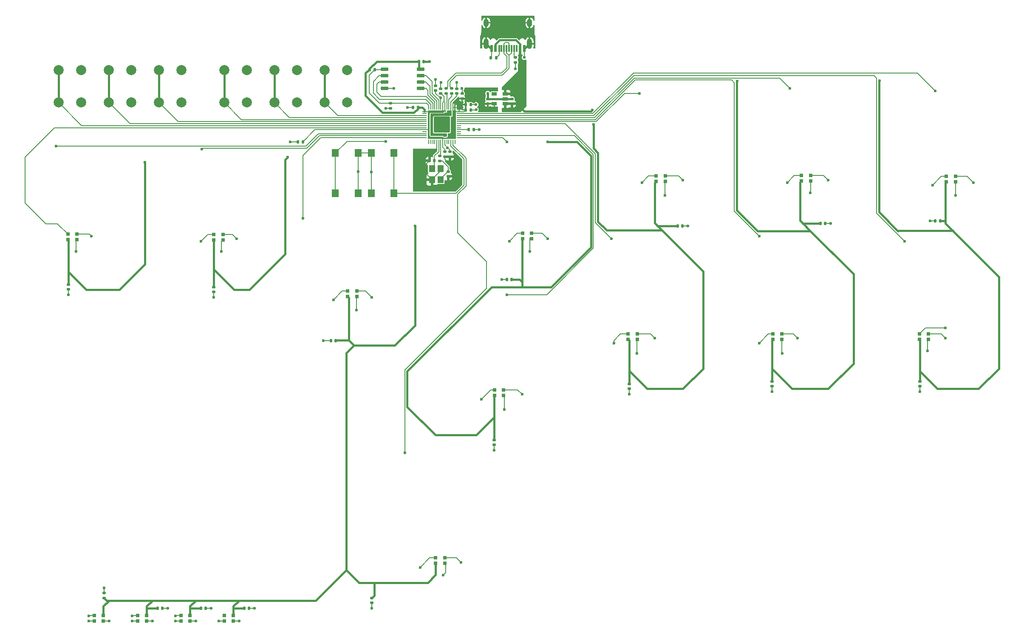
<source format=gbr>
%TF.GenerationSoftware,KiCad,Pcbnew,(6.0.4)*%
%TF.CreationDate,2022-04-24T23:02:38-04:00*%
%TF.ProjectId,Flatbox-rev4-rgb-kicad-WS2812B-4020,466c6174-626f-4782-9d72-6576342d7267,rev?*%
%TF.SameCoordinates,Original*%
%TF.FileFunction,Copper,L1,Top*%
%TF.FilePolarity,Positive*%
%FSLAX46Y46*%
G04 Gerber Fmt 4.6, Leading zero omitted, Abs format (unit mm)*
G04 Created by KiCad (PCBNEW (6.0.4)) date 2022-04-24 23:02:38*
%MOMM*%
%LPD*%
G01*
G04 APERTURE LIST*
G04 Aperture macros list*
%AMRoundRect*
0 Rectangle with rounded corners*
0 $1 Rounding radius*
0 $2 $3 $4 $5 $6 $7 $8 $9 X,Y pos of 4 corners*
0 Add a 4 corners polygon primitive as box body*
4,1,4,$2,$3,$4,$5,$6,$7,$8,$9,$2,$3,0*
0 Add four circle primitives for the rounded corners*
1,1,$1+$1,$2,$3*
1,1,$1+$1,$4,$5*
1,1,$1+$1,$6,$7*
1,1,$1+$1,$8,$9*
0 Add four rect primitives between the rounded corners*
20,1,$1+$1,$2,$3,$4,$5,0*
20,1,$1+$1,$4,$5,$6,$7,0*
20,1,$1+$1,$6,$7,$8,$9,0*
20,1,$1+$1,$8,$9,$2,$3,0*%
G04 Aperture macros list end*
%TA.AperFunction,ComponentPad*%
%ADD10C,2.000000*%
%TD*%
%TA.AperFunction,SMDPad,CuDef*%
%ADD11RoundRect,0.135000X-0.185000X0.135000X-0.185000X-0.135000X0.185000X-0.135000X0.185000X0.135000X0*%
%TD*%
%TA.AperFunction,SMDPad,CuDef*%
%ADD12R,0.600000X1.450000*%
%TD*%
%TA.AperFunction,SMDPad,CuDef*%
%ADD13R,0.300000X1.450000*%
%TD*%
%TA.AperFunction,ComponentPad*%
%ADD14O,1.000000X1.600000*%
%TD*%
%TA.AperFunction,ComponentPad*%
%ADD15O,1.000000X2.100000*%
%TD*%
%TA.AperFunction,SMDPad,CuDef*%
%ADD16RoundRect,0.135000X0.135000X0.185000X-0.135000X0.185000X-0.135000X-0.185000X0.135000X-0.185000X0*%
%TD*%
%TA.AperFunction,SMDPad,CuDef*%
%ADD17RoundRect,0.140000X0.170000X-0.140000X0.170000X0.140000X-0.170000X0.140000X-0.170000X-0.140000X0*%
%TD*%
%TA.AperFunction,SMDPad,CuDef*%
%ADD18RoundRect,0.140000X-0.140000X-0.170000X0.140000X-0.170000X0.140000X0.170000X-0.140000X0.170000X0*%
%TD*%
%TA.AperFunction,SMDPad,CuDef*%
%ADD19RoundRect,0.140000X-0.170000X0.140000X-0.170000X-0.140000X0.170000X-0.140000X0.170000X0.140000X0*%
%TD*%
%TA.AperFunction,SMDPad,CuDef*%
%ADD20RoundRect,0.135000X-0.135000X-0.185000X0.135000X-0.185000X0.135000X0.185000X-0.135000X0.185000X0*%
%TD*%
%TA.AperFunction,SMDPad,CuDef*%
%ADD21R,1.400000X1.600000*%
%TD*%
%TA.AperFunction,SMDPad,CuDef*%
%ADD22R,1.060000X0.650000*%
%TD*%
%TA.AperFunction,SMDPad,CuDef*%
%ADD23RoundRect,0.150000X-0.650000X-0.150000X0.650000X-0.150000X0.650000X0.150000X-0.650000X0.150000X0*%
%TD*%
%TA.AperFunction,SMDPad,CuDef*%
%ADD24RoundRect,0.050000X-0.387500X-0.050000X0.387500X-0.050000X0.387500X0.050000X-0.387500X0.050000X0*%
%TD*%
%TA.AperFunction,SMDPad,CuDef*%
%ADD25RoundRect,0.050000X-0.050000X-0.387500X0.050000X-0.387500X0.050000X0.387500X-0.050000X0.387500X0*%
%TD*%
%TA.AperFunction,ComponentPad*%
%ADD26C,0.600000*%
%TD*%
%TA.AperFunction,SMDPad,CuDef*%
%ADD27RoundRect,0.144000X-1.456000X-1.456000X1.456000X-1.456000X1.456000X1.456000X-1.456000X1.456000X0*%
%TD*%
%TA.AperFunction,SMDPad,CuDef*%
%ADD28R,1.200000X1.400000*%
%TD*%
%TA.AperFunction,SMDPad,CuDef*%
%ADD29RoundRect,0.140000X0.140000X0.170000X-0.140000X0.170000X-0.140000X-0.170000X0.140000X-0.170000X0*%
%TD*%
%TA.AperFunction,SMDPad,CuDef*%
%ADD30RoundRect,0.135000X0.185000X-0.135000X0.185000X0.135000X-0.185000X0.135000X-0.185000X-0.135000X0*%
%TD*%
%TA.AperFunction,SMDPad,CuDef*%
%ADD31R,0.700000X0.700000*%
%TD*%
%TA.AperFunction,ViaPad*%
%ADD32C,0.600000*%
%TD*%
%TA.AperFunction,Conductor*%
%ADD33C,0.200000*%
%TD*%
%TA.AperFunction,Conductor*%
%ADD34C,0.400000*%
%TD*%
%TA.AperFunction,Conductor*%
%ADD35C,0.381000*%
%TD*%
G04 APERTURE END LIST*
D10*
%TO.P,SW4,1,1*%
%TO.N,OPT4*%
X88500000Y-43000000D03*
X88500000Y-36500000D03*
%TO.P,SW4,2,2*%
%TO.N,GND*%
X93000000Y-43000000D03*
X93000000Y-36500000D03*
%TD*%
%TO.P,SW2,1,1*%
%TO.N,OPT2*%
X65500000Y-43000000D03*
X65500000Y-36500000D03*
%TO.P,SW2,2,2*%
%TO.N,GND*%
X70000000Y-36500000D03*
X70000000Y-43000000D03*
%TD*%
%TO.P,SW5,1,1*%
%TO.N,OPT5*%
X98500000Y-36500000D03*
X98500000Y-43000000D03*
%TO.P,SW5,2,2*%
%TO.N,GND*%
X103000000Y-36500000D03*
X103000000Y-43000000D03*
%TD*%
%TO.P,SW1,1,1*%
%TO.N,OPT1*%
X55500000Y-36500000D03*
X55500000Y-43000000D03*
%TO.P,SW1,2,2*%
%TO.N,GND*%
X60000000Y-43000000D03*
X60000000Y-36500000D03*
%TD*%
%TO.P,SW3,1,1*%
%TO.N,OPT3*%
X75500000Y-43000000D03*
X75500000Y-36500000D03*
%TO.P,SW3,2,2*%
%TO.N,GND*%
X80000000Y-36500000D03*
X80000000Y-43000000D03*
%TD*%
%TO.P,SW6,1,1*%
%TO.N,OPT6*%
X108500000Y-36500000D03*
X108500000Y-43000000D03*
%TO.P,SW6,2,2*%
%TO.N,GND*%
X113000000Y-36500000D03*
X113000000Y-43000000D03*
%TD*%
D11*
%TO.P,R7,1*%
%TO.N,Net-(R7-Pad1)*%
X146550000Y-33990000D03*
%TO.P,R7,2*%
%TO.N,GND*%
X146550000Y-35010000D03*
%TD*%
D12*
%TO.P,USB1,1,GND*%
%TO.N,GND*%
X148250000Y-32195000D03*
%TO.P,USB1,2,VBUS*%
%TO.N,+5V*%
X147450000Y-32195000D03*
D13*
%TO.P,USB1,3,SBU2*%
%TO.N,unconnected-(USB1-Pad3)*%
X146750000Y-32195000D03*
%TO.P,USB1,4,CC1*%
%TO.N,Net-(R7-Pad1)*%
X146250000Y-32195000D03*
%TO.P,USB1,5,DN2*%
%TO.N,D-*%
X145750000Y-32195000D03*
%TO.P,USB1,6,DP1*%
%TO.N,D+*%
X145250000Y-32195000D03*
%TO.P,USB1,7,DN1*%
%TO.N,D-*%
X144750000Y-32195000D03*
%TO.P,USB1,8,DP2*%
%TO.N,D+*%
X144250000Y-32195000D03*
%TO.P,USB1,9,SBU1*%
%TO.N,unconnected-(USB1-Pad9)*%
X143750000Y-32195000D03*
%TO.P,USB1,10,CC2*%
%TO.N,Net-(R6-Pad1)*%
X143250000Y-32195000D03*
D12*
%TO.P,USB1,11,VBUS*%
%TO.N,+5V*%
X142550000Y-32195000D03*
%TO.P,USB1,12,GND*%
%TO.N,GND*%
X141750000Y-32195000D03*
D14*
%TO.P,USB1,13,SHIELD*%
X140680000Y-27100000D03*
X149320000Y-27100000D03*
D15*
X149320000Y-31280000D03*
X140680000Y-31280000D03*
%TD*%
D16*
%TO.P,R6,1*%
%TO.N,Net-(R6-Pad1)*%
X142660000Y-34050000D03*
%TO.P,R6,2*%
%TO.N,GND*%
X141640000Y-34050000D03*
%TD*%
D17*
%TO.P,C1,1*%
%TO.N,+5V*%
X145800000Y-43230000D03*
%TO.P,C1,2*%
%TO.N,GND*%
X145800000Y-42270000D03*
%TD*%
D18*
%TO.P,C2,1*%
%TO.N,GND*%
X129420000Y-54600000D03*
%TO.P,C2,2*%
%TO.N,XIN*%
X130380000Y-54600000D03*
%TD*%
D17*
%TO.P,C4,1*%
%TO.N,+3V3*%
X141000000Y-43230000D03*
%TO.P,C4,2*%
%TO.N,GND*%
X141000000Y-42270000D03*
%TD*%
D18*
%TO.P,C5,1*%
%TO.N,+3V3*%
X127270000Y-34800000D03*
%TO.P,C5,2*%
%TO.N,GND*%
X128230000Y-34800000D03*
%TD*%
D17*
%TO.P,C6,1*%
%TO.N,+1V1*%
X130600000Y-40580000D03*
%TO.P,C6,2*%
%TO.N,GND*%
X130600000Y-39620000D03*
%TD*%
D19*
%TO.P,C7,1*%
%TO.N,+1V1*%
X133450000Y-52820000D03*
%TO.P,C7,2*%
%TO.N,GND*%
X133450000Y-53780000D03*
%TD*%
D17*
%TO.P,C8,1*%
%TO.N,+1V1*%
X134850000Y-41180000D03*
%TO.P,C8,2*%
%TO.N,GND*%
X134850000Y-40220000D03*
%TD*%
%TO.P,C9,1*%
%TO.N,+3V3*%
X131650000Y-41180000D03*
%TO.P,C9,2*%
%TO.N,GND*%
X131650000Y-40220000D03*
%TD*%
%TO.P,C10,1*%
%TO.N,+3V3*%
X135900000Y-42180000D03*
%TO.P,C10,2*%
%TO.N,GND*%
X135900000Y-41220000D03*
%TD*%
D18*
%TO.P,C15,1*%
%TO.N,+3V3*%
X136620000Y-44450000D03*
%TO.P,C15,2*%
%TO.N,GND*%
X137580000Y-44450000D03*
%TD*%
%TO.P,C16,1*%
%TO.N,+3V3*%
X136620000Y-43400000D03*
%TO.P,C16,2*%
%TO.N,GND*%
X137580000Y-43400000D03*
%TD*%
D11*
%TO.P,R1,1*%
%TO.N,QSPI_SS*%
X121650000Y-43090000D03*
%TO.P,R1,2*%
%TO.N,Net-(R1-Pad2)*%
X121650000Y-44110000D03*
%TD*%
D20*
%TO.P,R2,1*%
%TO.N,+3V3*%
X117490000Y-36400000D03*
%TO.P,R2,2*%
%TO.N,QSPI_SS*%
X118510000Y-36400000D03*
%TD*%
D11*
%TO.P,R4,1*%
%TO.N,D-*%
X133780000Y-40190000D03*
%TO.P,R4,2*%
%TO.N,Net-(R4-Pad2)*%
X133780000Y-41210000D03*
%TD*%
D21*
%TO.P,SW19,1,1*%
%TO.N,GND*%
X115150000Y-53050000D03*
X115150000Y-61050000D03*
%TO.P,SW19,2,2*%
%TO.N,Net-(R1-Pad2)*%
X110650000Y-53050000D03*
X110650000Y-61050000D03*
%TD*%
D22*
%TO.P,U1,1,IN*%
%TO.N,+5V*%
X144500000Y-43200000D03*
%TO.P,U1,2,GND*%
%TO.N,GND*%
X144500000Y-42250000D03*
%TO.P,U1,3,EN*%
%TO.N,+5V*%
X144500000Y-41300000D03*
%TO.P,U1,4,NC*%
%TO.N,unconnected-(U1-Pad4)*%
X142300000Y-41300000D03*
%TO.P,U1,5,OUT*%
%TO.N,+3V3*%
X142300000Y-43200000D03*
%TD*%
D23*
%TO.P,U2,1,~{CS}*%
%TO.N,QSPI_SS*%
X120450000Y-36395000D03*
%TO.P,U2,2,DO(IO1)*%
%TO.N,QSPI_SD1*%
X120450000Y-37665000D03*
%TO.P,U2,3,IO2*%
%TO.N,QSPI_SD2*%
X120450000Y-38935000D03*
%TO.P,U2,4,GND*%
%TO.N,GND*%
X120450000Y-40205000D03*
%TO.P,U2,5,DI(IO0)*%
%TO.N,QSPI_SD0*%
X127650000Y-40205000D03*
%TO.P,U2,6,CLK*%
%TO.N,QSPI_SCLK*%
X127650000Y-38935000D03*
%TO.P,U2,7,IO3*%
%TO.N,QSPI_SD3*%
X127650000Y-37665000D03*
%TO.P,U2,8,VCC*%
%TO.N,+3V3*%
X127650000Y-36395000D03*
%TD*%
D24*
%TO.P,U3,1,IOVDD*%
%TO.N,+3V3*%
X128412500Y-44800000D03*
%TO.P,U3,2,GPIO0*%
%TO.N,unconnected-(U3-Pad2)*%
X128412500Y-45200000D03*
%TO.P,U3,3,GPIO1*%
%TO.N,OPT6*%
X128412500Y-45600000D03*
%TO.P,U3,4,GPIO2*%
%TO.N,OPT5*%
X128412500Y-46000000D03*
%TO.P,U3,5,GPIO3*%
%TO.N,OPT4*%
X128412500Y-46400000D03*
%TO.P,U3,6,GPIO4*%
%TO.N,OPT3*%
X128412500Y-46800000D03*
%TO.P,U3,7,GPIO5*%
%TO.N,OPT2*%
X128412500Y-47200000D03*
%TO.P,U3,8,GPIO6*%
%TO.N,OPT1*%
X128412500Y-47600000D03*
%TO.P,U3,9,GPIO7*%
%TO.N,RGB_DATA_LEFT*%
X128412500Y-48000000D03*
%TO.P,U3,10,IOVDD*%
%TO.N,+3V3*%
X128412500Y-48400000D03*
%TO.P,U3,11,GPIO8*%
%TO.N,unconnected-(U3-Pad11)*%
X128412500Y-48800000D03*
%TO.P,U3,12,GPIO9*%
%TO.N,LEFT*%
X128412500Y-49200000D03*
%TO.P,U3,13,GPIO10*%
%TO.N,DOWN*%
X128412500Y-49600000D03*
%TO.P,U3,14,GPIO11*%
%TO.N,RIGHT*%
X128412500Y-50000000D03*
D25*
%TO.P,U3,15,GPIO12*%
%TO.N,unconnected-(U3-Pad15)*%
X129250000Y-50837500D03*
%TO.P,U3,16,GPIO13*%
%TO.N,unconnected-(U3-Pad16)*%
X129650000Y-50837500D03*
%TO.P,U3,17,GPIO14*%
%TO.N,unconnected-(U3-Pad17)*%
X130050000Y-50837500D03*
%TO.P,U3,18,GPIO15*%
%TO.N,unconnected-(U3-Pad18)*%
X130450000Y-50837500D03*
%TO.P,U3,19,TESTEN*%
%TO.N,GND*%
X130850000Y-50837500D03*
%TO.P,U3,20,XIN*%
%TO.N,XIN*%
X131250000Y-50837500D03*
%TO.P,U3,21,XOUT*%
%TO.N,XOUT*%
X131650000Y-50837500D03*
%TO.P,U3,22,IOVDD*%
%TO.N,+3V3*%
X132050000Y-50837500D03*
%TO.P,U3,23,DVDD*%
%TO.N,+1V1*%
X132450000Y-50837500D03*
%TO.P,U3,24,SWCLK*%
%TO.N,unconnected-(U3-Pad24)*%
X132850000Y-50837500D03*
%TO.P,U3,25,SWD*%
%TO.N,unconnected-(U3-Pad25)*%
X133250000Y-50837500D03*
%TO.P,U3,26,RUN*%
%TO.N,Net-(SW20-Pad2)*%
X133650000Y-50837500D03*
%TO.P,U3,27,GPIO16*%
%TO.N,UP*%
X134050000Y-50837500D03*
%TO.P,U3,28,GPIO17*%
%TO.N,unconnected-(U3-Pad28)*%
X134450000Y-50837500D03*
D24*
%TO.P,U3,29,GPIO18*%
%TO.N,SQUARE*%
X135287500Y-50000000D03*
%TO.P,U3,30,GPIO19*%
%TO.N,CROSS*%
X135287500Y-49600000D03*
%TO.P,U3,31,GPIO20*%
%TO.N,unconnected-(U3-Pad31)*%
X135287500Y-49200000D03*
%TO.P,U3,32,GPIO21*%
%TO.N,unconnected-(U3-Pad32)*%
X135287500Y-48800000D03*
%TO.P,U3,33,IOVDD*%
%TO.N,+3V3*%
X135287500Y-48400000D03*
%TO.P,U3,34,GPIO22*%
%TO.N,unconnected-(U3-Pad34)*%
X135287500Y-48000000D03*
%TO.P,U3,35,GPIO23*%
%TO.N,unconnected-(U3-Pad35)*%
X135287500Y-47600000D03*
%TO.P,U3,36,GPIO24*%
%TO.N,CIRCLE*%
X135287500Y-47200000D03*
%TO.P,U3,37,GPIO25*%
%TO.N,TRIANGLE*%
X135287500Y-46800000D03*
%TO.P,U3,38,GPIO26_ADC0*%
%TO.N,R2*%
X135287500Y-46400000D03*
%TO.P,U3,39,GPIO27_ADC1*%
%TO.N,R1*%
X135287500Y-46000000D03*
%TO.P,U3,40,GPIO28_ADC2*%
%TO.N,L2*%
X135287500Y-45600000D03*
%TO.P,U3,41,GPIO29_ADC3*%
%TO.N,L1*%
X135287500Y-45200000D03*
%TO.P,U3,42,IOVDD*%
%TO.N,+3V3*%
X135287500Y-44800000D03*
D25*
%TO.P,U3,43,ADC_AVDD*%
X134450000Y-43962500D03*
%TO.P,U3,44,VREG_IN*%
X134050000Y-43962500D03*
%TO.P,U3,45,VREG_VOUT*%
%TO.N,+1V1*%
X133650000Y-43962500D03*
%TO.P,U3,46,USB_DM*%
%TO.N,Net-(R4-Pad2)*%
X133250000Y-43962500D03*
%TO.P,U3,47,USB_DP*%
%TO.N,Net-(R3-Pad2)*%
X132850000Y-43962500D03*
%TO.P,U3,48,USB_VDD*%
%TO.N,+3V3*%
X132450000Y-43962500D03*
%TO.P,U3,49,IOVDD*%
X132050000Y-43962500D03*
%TO.P,U3,50,DVDD*%
%TO.N,+1V1*%
X131650000Y-43962500D03*
%TO.P,U3,51,QSPI_SD3*%
%TO.N,QSPI_SD3*%
X131250000Y-43962500D03*
%TO.P,U3,52,QSPI_SCLK*%
%TO.N,QSPI_SCLK*%
X130850000Y-43962500D03*
%TO.P,U3,53,QSPI_SD0*%
%TO.N,QSPI_SD0*%
X130450000Y-43962500D03*
%TO.P,U3,54,QSPI_SD2*%
%TO.N,QSPI_SD2*%
X130050000Y-43962500D03*
%TO.P,U3,55,QSPI_SD1*%
%TO.N,QSPI_SD1*%
X129650000Y-43962500D03*
%TO.P,U3,56,QSPI_SS*%
%TO.N,QSPI_SS*%
X129250000Y-43962500D03*
D26*
%TO.P,U3,57,GND*%
%TO.N,GND*%
X131850000Y-46125000D03*
X130575000Y-47400000D03*
D27*
X131850000Y-47400000D03*
D26*
X133125000Y-47400000D03*
X131850000Y-48675000D03*
X133125000Y-48675000D03*
X133125000Y-46125000D03*
X130575000Y-48675000D03*
X130575000Y-46125000D03*
X131850000Y-47400000D03*
%TD*%
D28*
%TO.P,Y1,1,1*%
%TO.N,XIN*%
X129900000Y-56150000D03*
%TO.P,Y1,2,2*%
%TO.N,GND*%
X129900000Y-58350000D03*
%TO.P,Y1,3,3*%
%TO.N,Net-(C3-Pad1)*%
X131600000Y-58350000D03*
%TO.P,Y1,4,4*%
%TO.N,GND*%
X131600000Y-56150000D03*
%TD*%
D11*
%TO.P,R3,1*%
%TO.N,D+*%
X132700000Y-40190000D03*
%TO.P,R3,2*%
%TO.N,Net-(R3-Pad2)*%
X132700000Y-41210000D03*
%TD*%
D19*
%TO.P,C3,1*%
%TO.N,Net-(C3-Pad1)*%
X133100000Y-56770000D03*
%TO.P,C3,2*%
%TO.N,GND*%
X133100000Y-57730000D03*
%TD*%
D21*
%TO.P,SW20,1,1*%
%TO.N,GND*%
X117800000Y-61050000D03*
X117800000Y-53050000D03*
%TO.P,SW20,2,2*%
%TO.N,Net-(SW20-Pad2)*%
X122300000Y-61050000D03*
X122300000Y-53050000D03*
%TD*%
D29*
%TO.P,C13,1*%
%TO.N,+3V3*%
X104140000Y-50800000D03*
%TO.P,C13,2*%
%TO.N,GND*%
X103180000Y-50800000D03*
%TD*%
D18*
%TO.P,C12,1*%
%TO.N,+3V3*%
X137216000Y-48400000D03*
%TO.P,C12,2*%
%TO.N,GND*%
X138176000Y-48400000D03*
%TD*%
D30*
%TO.P,R5,1*%
%TO.N,Net-(C3-Pad1)*%
X131400000Y-54660000D03*
%TO.P,R5,2*%
%TO.N,XOUT*%
X131400000Y-53640000D03*
%TD*%
D19*
%TO.P,C14,1*%
%TO.N,+3V3*%
X132420000Y-52820000D03*
%TO.P,C14,2*%
%TO.N,GND*%
X132420000Y-53780000D03*
%TD*%
D29*
%TO.P,C11,1*%
%TO.N,+3V3*%
X127080000Y-44000000D03*
%TO.P,C11,2*%
%TO.N,GND*%
X126120000Y-44000000D03*
%TD*%
D31*
%TO.P,D10,1,DOUT*%
%TO.N,RGB_DATA_CROSS*%
X170777072Y-90184903D03*
%TO.P,D10,2,GND*%
%TO.N,GND*%
X170777072Y-89084903D03*
%TO.P,D10,3,DIN*%
%TO.N,RGB_DATA_CIRCLE*%
X168947072Y-89084903D03*
%TO.P,D10,4,VDD*%
%TO.N,+5V*%
X168947072Y-90184903D03*
%TD*%
D18*
%TO.P,C19,1*%
%TO.N,+5V*%
X178844000Y-67564000D03*
%TO.P,C19,2*%
%TO.N,GND*%
X179804000Y-67564000D03*
%TD*%
%TO.P,C31,1*%
%TO.N,+5V*%
X83848000Y-143764000D03*
%TO.P,C31,2*%
%TO.N,GND*%
X84808000Y-143764000D03*
%TD*%
D17*
%TO.P,C29,1*%
%TO.N,+5V*%
X64516000Y-141732000D03*
%TO.P,C29,2*%
%TO.N,GND*%
X64516000Y-140772000D03*
%TD*%
D18*
%TO.P,C30,1*%
%TO.N,+5V*%
X75212000Y-143764000D03*
%TO.P,C30,2*%
%TO.N,GND*%
X76172000Y-143764000D03*
%TD*%
D31*
%TO.P,D7,1,DOUT*%
%TO.N,RGB_DATA_L2*%
X234233331Y-58826441D03*
%TO.P,D7,2,GND*%
%TO.N,GND*%
X234233331Y-57726441D03*
%TO.P,D7,3,DIN*%
%TO.N,RGB_DATA_L1*%
X232403331Y-57726441D03*
%TO.P,D7,4,VDD*%
%TO.N,+5V*%
X232403331Y-58826441D03*
%TD*%
%TO.P,D12,1,DOUT*%
%TO.N,RGB_DATA_P1*%
X132418009Y-134819362D03*
%TO.P,D12,2,GND*%
%TO.N,GND*%
X132418009Y-133719362D03*
%TO.P,D12,3,DIN*%
%TO.N,RGB_DATA_UP*%
X130588009Y-133719362D03*
%TO.P,D12,4,VDD*%
%TO.N,+5V*%
X130588009Y-134819362D03*
%TD*%
D29*
%TO.P,C20,1*%
%TO.N,+5V*%
X231140000Y-66548000D03*
%TO.P,C20,2*%
%TO.N,GND*%
X230180000Y-66548000D03*
%TD*%
D19*
%TO.P,C26,1*%
%TO.N,+5V*%
X197612000Y-98580000D03*
%TO.P,C26,2*%
%TO.N,GND*%
X197612000Y-99540000D03*
%TD*%
%TO.P,C25,1*%
%TO.N,+5V*%
X227076000Y-98580000D03*
%TO.P,C25,2*%
%TO.N,GND*%
X227076000Y-99540000D03*
%TD*%
D18*
%TO.P,C18,1*%
%TO.N,+5V*%
X207292000Y-67056000D03*
%TO.P,C18,2*%
%TO.N,GND*%
X208252000Y-67056000D03*
%TD*%
D19*
%TO.P,C21,1*%
%TO.N,+5V*%
X86360000Y-79784000D03*
%TO.P,C21,2*%
%TO.N,GND*%
X86360000Y-80744000D03*
%TD*%
D18*
%TO.P,C32,1*%
%TO.N,+5V*%
X92484000Y-143764000D03*
%TO.P,C32,2*%
%TO.N,GND*%
X93444000Y-143764000D03*
%TD*%
D29*
%TO.P,C27,1*%
%TO.N,+5V*%
X110716000Y-90424000D03*
%TO.P,C27,2*%
%TO.N,GND*%
X109756000Y-90424000D03*
%TD*%
D31*
%TO.P,D6,1,DOUT*%
%TO.N,RGB_DATA_L1*%
X205318744Y-58611104D03*
%TO.P,D6,2,GND*%
%TO.N,GND*%
X205318744Y-57511104D03*
%TO.P,D6,3,DIN*%
%TO.N,RGB_DATA_R1*%
X203488744Y-57511104D03*
%TO.P,D6,4,VDD*%
%TO.N,+5V*%
X203488744Y-58611104D03*
%TD*%
D29*
%TO.P,C23,1*%
%TO.N,+5V*%
X145768000Y-78232000D03*
%TO.P,C23,2*%
%TO.N,GND*%
X144808000Y-78232000D03*
%TD*%
D31*
%TO.P,D15,1,DOUT*%
%TO.N,RGB_DATA_P4*%
X79857000Y-145246000D03*
%TO.P,D15,2,GND*%
%TO.N,GND*%
X79857000Y-146346000D03*
%TO.P,D15,3,DIN*%
%TO.N,RGB_DATA_P3*%
X81687000Y-146346000D03*
%TO.P,D15,4,VDD*%
%TO.N,+5V*%
X81687000Y-145246000D03*
%TD*%
%TO.P,D2,1,DOUT*%
%TO.N,RGB_DATA_RIGHT*%
X88220964Y-70363212D03*
%TO.P,D2,2,GND*%
%TO.N,GND*%
X88220964Y-69263212D03*
%TO.P,D2,3,DIN*%
%TO.N,RGB_DATA_DOWN*%
X86390964Y-69263212D03*
%TO.P,D2,4,VDD*%
%TO.N,+5V*%
X86390964Y-70363212D03*
%TD*%
%TO.P,D5,1,DOUT*%
%TO.N,RGB_DATA_R1*%
X176391910Y-58735343D03*
%TO.P,D5,2,GND*%
%TO.N,GND*%
X176391910Y-57635343D03*
%TO.P,D5,3,DIN*%
%TO.N,RGB_DATA_TRIANGLE*%
X174561910Y-57635343D03*
%TO.P,D5,4,VDD*%
%TO.N,+5V*%
X174561910Y-58735343D03*
%TD*%
%TO.P,D14,1,DOUT*%
%TO.N,RGB_DATA_P3*%
X71221000Y-145246000D03*
%TO.P,D14,2,GND*%
%TO.N,GND*%
X71221000Y-146346000D03*
%TO.P,D14,3,DIN*%
%TO.N,RGB_DATA_P2*%
X73051000Y-146346000D03*
%TO.P,D14,4,VDD*%
%TO.N,+5V*%
X73051000Y-145246000D03*
%TD*%
%TO.P,D8,1,DOUT*%
%TO.N,RGB_DATA_R2*%
X228823446Y-90195298D03*
%TO.P,D8,2,GND*%
%TO.N,GND*%
X228823446Y-89095298D03*
%TO.P,D8,3,DIN*%
%TO.N,RGB_DATA_L2*%
X226993446Y-89095298D03*
%TO.P,D8,4,VDD*%
%TO.N,+5V*%
X226993446Y-90195298D03*
%TD*%
%TO.P,D13,1,DOUT*%
%TO.N,RGB_DATA_P2*%
X62585000Y-145246000D03*
%TO.P,D13,2,GND*%
%TO.N,GND*%
X62585000Y-146346000D03*
%TO.P,D13,3,DIN*%
%TO.N,RGB_DATA_P1*%
X64415000Y-146346000D03*
%TO.P,D13,4,VDD*%
%TO.N,+5V*%
X64415000Y-145246000D03*
%TD*%
%TO.P,D4,1,DOUT*%
%TO.N,RGB_DATA_TRIANGLE*%
X149759000Y-70146000D03*
%TO.P,D4,2,GND*%
%TO.N,GND*%
X149759000Y-69046000D03*
%TO.P,D4,3,DIN*%
%TO.N,RGB_DATA_SQUARE*%
X147929000Y-69046000D03*
%TO.P,D4,4,VDD*%
%TO.N,+5V*%
X147929000Y-70146000D03*
%TD*%
%TO.P,D16,1,DOUT*%
%TO.N,unconnected-(D16-Pad1)*%
X88493000Y-145246000D03*
%TO.P,D16,2,GND*%
%TO.N,GND*%
X88493000Y-146346000D03*
%TO.P,D16,3,DIN*%
%TO.N,RGB_DATA_P4*%
X90323000Y-146346000D03*
%TO.P,D16,4,VDD*%
%TO.N,+5V*%
X90323000Y-145246000D03*
%TD*%
%TO.P,D11,1,DOUT*%
%TO.N,RGB_DATA_UP*%
X144152594Y-101338306D03*
%TO.P,D11,2,GND*%
%TO.N,GND*%
X144152594Y-100238306D03*
%TO.P,D11,3,DIN*%
%TO.N,RGB_DATA_CROSS*%
X142322594Y-100238306D03*
%TO.P,D11,4,VDD*%
%TO.N,+5V*%
X142322594Y-101338306D03*
%TD*%
%TO.P,D9,1,DOUT*%
%TO.N,RGB_DATA_CIRCLE*%
X199611100Y-90204207D03*
%TO.P,D9,2,GND*%
%TO.N,GND*%
X199611100Y-89104207D03*
%TO.P,D9,3,DIN*%
%TO.N,RGB_DATA_R2*%
X197781100Y-89104207D03*
%TO.P,D9,4,VDD*%
%TO.N,+5V*%
X197781100Y-90204207D03*
%TD*%
D19*
%TO.P,C17,1*%
%TO.N,+5V*%
X117884000Y-141760000D03*
%TO.P,C17,2*%
%TO.N,GND*%
X117884000Y-142720000D03*
%TD*%
%TO.P,C24,1*%
%TO.N,+5V*%
X57404000Y-79276000D03*
%TO.P,C24,2*%
%TO.N,GND*%
X57404000Y-80236000D03*
%TD*%
D31*
%TO.P,D3,1,DOUT*%
%TO.N,RGB_DATA_SQUARE*%
X114908238Y-81665572D03*
%TO.P,D3,2,GND*%
%TO.N,GND*%
X114908238Y-80565572D03*
%TO.P,D3,3,DIN*%
%TO.N,RGB_DATA_RIGHT*%
X113078238Y-80565572D03*
%TO.P,D3,4,VDD*%
%TO.N,+5V*%
X113078238Y-81665572D03*
%TD*%
%TO.P,D1,1,DOUT*%
%TO.N,RGB_DATA_DOWN*%
X59167962Y-70324084D03*
%TO.P,D1,2,GND*%
%TO.N,GND*%
X59167962Y-69224084D03*
%TO.P,D1,3,DIN*%
%TO.N,RGB_DATA_LEFT*%
X57337962Y-69224084D03*
%TO.P,D1,4,VDD*%
%TO.N,+5V*%
X57337962Y-70324084D03*
%TD*%
D19*
%TO.P,C28,1*%
%TO.N,+5V*%
X169164000Y-99060000D03*
%TO.P,C28,2*%
%TO.N,GND*%
X169164000Y-100020000D03*
%TD*%
%TO.P,C22,1*%
%TO.N,+5V*%
X142240000Y-110264000D03*
%TO.P,C22,2*%
%TO.N,GND*%
X142240000Y-111224000D03*
%TD*%
D32*
%TO.N,GND*%
X94488000Y-143764000D03*
X57404000Y-81280000D03*
X87376000Y-146304000D03*
X180848000Y-67564000D03*
X139322577Y-48380689D03*
X117800000Y-56840000D03*
X197612000Y-100584000D03*
X237744000Y-58928000D03*
X130621766Y-38405361D03*
X78740000Y-146304000D03*
X169164000Y-101092000D03*
X141012359Y-41155812D03*
X134841554Y-39004016D03*
X61976000Y-69596000D03*
X70104000Y-146304000D03*
X85852000Y-143764000D03*
X232156000Y-89916000D03*
X138681150Y-44435081D03*
X101600000Y-50800000D03*
X208788000Y-58420000D03*
X108204000Y-90424000D03*
X147828000Y-101092000D03*
X174244000Y-89916000D03*
X135636000Y-134620000D03*
X179832000Y-58420000D03*
X117856000Y-143764000D03*
X142240000Y-112268000D03*
X64516000Y-139700000D03*
X77216000Y-143764000D03*
X202692000Y-89916000D03*
X129397231Y-34807219D03*
X148282276Y-33996244D03*
X209296000Y-67056000D03*
X86360000Y-81788000D03*
X146544716Y-36274053D03*
X135878249Y-40142920D03*
X61468000Y-146304000D03*
X90932000Y-70104000D03*
X143764000Y-78232000D03*
X125010297Y-43961063D03*
X227076000Y-100584000D03*
X131658461Y-38960212D03*
X117856000Y-81788000D03*
X115150000Y-56730000D03*
X122291067Y-40200692D03*
X152908000Y-70104000D03*
X138674661Y-43396764D03*
X229108000Y-66548000D03*
%TO.N,+5V*%
X101092000Y-53848000D03*
X72644000Y-54864000D03*
X162052000Y-47399500D03*
X126492000Y-67564000D03*
X161825083Y-44477083D03*
X152908000Y-50800000D03*
X219039500Y-38608000D03*
X190734994Y-38699500D03*
%TO.N,LEFT*%
X54972686Y-51653155D03*
%TO.N,DOWN*%
X84059949Y-52279316D03*
%TO.N,RIGHT*%
X104140000Y-66040000D03*
%TO.N,UP*%
X124460000Y-112776000D03*
%TO.N,L1*%
X230124000Y-40640000D03*
%TO.N,R1*%
X201168000Y-40132000D03*
%TO.N,TRIANGLE*%
X171196000Y-41148000D03*
%TO.N,SQUARE*%
X144780000Y-50800000D03*
%TO.N,CIRCLE*%
X165608000Y-70104000D03*
%TO.N,CROSS*%
X144780000Y-81280000D03*
%TO.N,R2*%
X195072000Y-69596000D03*
%TO.N,L2*%
X224028000Y-70612000D03*
%TO.N,+1V1*%
X132499900Y-49507729D03*
X131650001Y-42050001D03*
X132650000Y-45245055D03*
X133000000Y-52000000D03*
%TO.N,Net-(R1-Pad2)*%
X120700000Y-50750000D03*
X120699974Y-44150000D03*
%TO.N,RGB_DATA_DOWN*%
X58928000Y-72644000D03*
X83820000Y-70612000D03*
%TO.N,RGB_DATA_SQUARE*%
X114808000Y-84328000D03*
X145288000Y-70612000D03*
%TO.N,RGB_DATA_RIGHT*%
X87884000Y-72644000D03*
X110236000Y-82296000D03*
%TO.N,RGB_DATA_TRIANGLE*%
X171704000Y-58928000D03*
X149352000Y-72644000D03*
%TO.N,RGB_DATA_R1*%
X200660000Y-58928000D03*
X176276000Y-61468000D03*
%TO.N,RGB_DATA_L1*%
X229616000Y-59436000D03*
X205232000Y-60960000D03*
%TO.N,RGB_DATA_L2*%
X232156000Y-87884000D03*
X234188000Y-61468000D03*
%TO.N,RGB_DATA_R2*%
X195072000Y-90932000D03*
X228600000Y-92456000D03*
%TO.N,RGB_DATA_CIRCLE*%
X199644000Y-92964000D03*
X166116000Y-90932000D03*
%TO.N,RGB_DATA_CROSS*%
X170688000Y-92964000D03*
X139700000Y-102108000D03*
%TO.N,RGB_DATA_UP*%
X144272000Y-104140000D03*
X127508000Y-135636000D03*
%TO.N,RGB_DATA_P1*%
X132080000Y-137160000D03*
X65532000Y-146304000D03*
%TO.N,RGB_DATA_P2*%
X74168000Y-146304000D03*
X61468000Y-145288000D03*
%TO.N,RGB_DATA_P3*%
X82804000Y-146304000D03*
X70104000Y-145288000D03*
%TO.N,RGB_DATA_P4*%
X91440000Y-146304000D03*
X78740000Y-145288000D03*
%TD*%
D33*
%TO.N,GND*%
X86360000Y-80744000D02*
X86360000Y-81788000D01*
X201880207Y-89104207D02*
X202692000Y-89916000D01*
X117800000Y-56840000D02*
X117800000Y-61050000D01*
X135900000Y-40164671D02*
X135878249Y-40142920D01*
X132420000Y-54270000D02*
X132900000Y-54750000D01*
D34*
X141000000Y-41168171D02*
X141000000Y-42270000D01*
D33*
X228823446Y-89095298D02*
X231335298Y-89095298D01*
X173412903Y-89084903D02*
X170777072Y-89084903D01*
X207879104Y-57511104D02*
X208788000Y-58420000D01*
D35*
X141595000Y-32195000D02*
X140680000Y-31280000D01*
D34*
X128230000Y-34800000D02*
X129390012Y-34800000D01*
D33*
X134380000Y-53780000D02*
X134400000Y-53800000D01*
D35*
X141775000Y-32195000D02*
X141595000Y-32195000D01*
D33*
X133450000Y-53780000D02*
X134380000Y-53780000D01*
D34*
X144500000Y-42250000D02*
X141020000Y-42250000D01*
X144520000Y-42270000D02*
X144500000Y-42250000D01*
D33*
X103180000Y-50800000D02*
X101600000Y-50800000D01*
X130100000Y-59450000D02*
X129900000Y-59250000D01*
X227076000Y-99540000D02*
X227076000Y-100584000D01*
X129900000Y-59250000D02*
X129900000Y-58350000D01*
X137580000Y-44450000D02*
X138666231Y-44450000D01*
X78782000Y-146346000D02*
X78740000Y-146304000D01*
X139303266Y-48400000D02*
X139322577Y-48380689D01*
D34*
X141012359Y-41155812D02*
X141000000Y-41168171D01*
D33*
X234233331Y-57726441D02*
X236542441Y-57726441D01*
X125049234Y-44000000D02*
X125010297Y-43961063D01*
X179047343Y-57635343D02*
X176391910Y-57635343D01*
X90091212Y-69263212D02*
X90932000Y-70104000D01*
X137580000Y-43400000D02*
X138671425Y-43400000D01*
X208252000Y-67056000D02*
X209296000Y-67056000D01*
X129900000Y-58350000D02*
X129900000Y-58250000D01*
X88220964Y-69263212D02*
X90091212Y-69263212D01*
X131600000Y-56550000D02*
X131600000Y-56150000D01*
X122286759Y-40205000D02*
X122291067Y-40200692D01*
X144808000Y-78232000D02*
X143764000Y-78232000D01*
X132418009Y-133719362D02*
X134735362Y-133719362D01*
X116633572Y-80565572D02*
X114908238Y-80565572D01*
X87418000Y-146346000D02*
X87376000Y-146304000D01*
X133100000Y-58690002D02*
X132340002Y-59450000D01*
X76172000Y-143764000D02*
X77216000Y-143764000D01*
X138671425Y-43400000D02*
X138674661Y-43396764D01*
X115150000Y-56730000D02*
X115150000Y-53050000D01*
X169164000Y-100020000D02*
X169164000Y-101092000D01*
X115150000Y-53050000D02*
X117800000Y-53050000D01*
X117884000Y-143736000D02*
X117856000Y-143764000D01*
X71221000Y-146346000D02*
X70146000Y-146346000D01*
X129900000Y-58250000D02*
X131600000Y-56550000D01*
X149759000Y-69046000D02*
X151850000Y-69046000D01*
X84808000Y-143764000D02*
X85852000Y-143764000D01*
X128850000Y-55170000D02*
X128850000Y-57300000D01*
X151850000Y-69046000D02*
X152908000Y-70104000D01*
X130850000Y-52584994D02*
X129420000Y-54014994D01*
X199611100Y-89104207D02*
X201880207Y-89104207D01*
X144152594Y-100238306D02*
X146974306Y-100238306D01*
X61976000Y-69596000D02*
X61604084Y-69224084D01*
X132420000Y-53780000D02*
X132420000Y-54270000D01*
X148250000Y-33963968D02*
X148282276Y-33996244D01*
X130600000Y-38427127D02*
X130621766Y-38405361D01*
X130600000Y-39620000D02*
X130600000Y-38427127D01*
X109756000Y-90424000D02*
X108204000Y-90424000D01*
X131650000Y-38968673D02*
X131658461Y-38960212D01*
X231335298Y-89095298D02*
X232156000Y-89916000D01*
X133100000Y-57730000D02*
X133100000Y-58690002D01*
X57404000Y-80236000D02*
X57404000Y-81280000D01*
X62585000Y-146346000D02*
X61510000Y-146346000D01*
X146550000Y-36268769D02*
X146544716Y-36274053D01*
X126120000Y-44000000D02*
X125049234Y-44000000D01*
X135900000Y-41220000D02*
X135900000Y-40164671D01*
X138176000Y-48400000D02*
X139303266Y-48400000D01*
X129390012Y-34800000D02*
X129397231Y-34807219D01*
X131650000Y-40220000D02*
X131650000Y-38968673D01*
X142240000Y-111224000D02*
X142240000Y-112268000D01*
X88493000Y-146346000D02*
X87418000Y-146346000D01*
D35*
X149320000Y-31280000D02*
X148405000Y-32195000D01*
D33*
X134850000Y-39012462D02*
X134841554Y-39004016D01*
D35*
X148405000Y-32195000D02*
X148350000Y-32195000D01*
D33*
X205318744Y-57511104D02*
X207879104Y-57511104D01*
X129420000Y-54600000D02*
X128850000Y-55170000D01*
D34*
X145800000Y-42270000D02*
X144520000Y-42270000D01*
D33*
X129420000Y-54014994D02*
X129420000Y-54600000D01*
X146974306Y-100238306D02*
X147828000Y-101092000D01*
X61510000Y-146346000D02*
X61468000Y-146304000D01*
X141750000Y-33940000D02*
X141640000Y-34050000D01*
X132340002Y-59450000D02*
X130100000Y-59450000D01*
X236542441Y-57726441D02*
X237744000Y-58928000D01*
X229108000Y-66548000D02*
X230180000Y-66548000D01*
X117856000Y-81788000D02*
X116633572Y-80565572D01*
X117884000Y-142720000D02*
X117884000Y-143736000D01*
X146550000Y-35010000D02*
X146550000Y-36268769D01*
X141750000Y-32195000D02*
X141750000Y-33940000D01*
X64516000Y-140772000D02*
X64516000Y-139700000D01*
X134850000Y-40220000D02*
X134850000Y-39012462D01*
X148250000Y-32195000D02*
X148250000Y-33963968D01*
X138666231Y-44450000D02*
X138681150Y-44435081D01*
X120450000Y-40205000D02*
X122286759Y-40205000D01*
X134735362Y-133719362D02*
X135636000Y-134620000D01*
X130850000Y-50837500D02*
X130850000Y-52584994D01*
X117800000Y-53050000D02*
X117800000Y-56840000D01*
X61604084Y-69224084D02*
X59167962Y-69224084D01*
X179804000Y-67564000D02*
X180848000Y-67564000D01*
X197612000Y-99540000D02*
X197612000Y-100584000D01*
D34*
X141020000Y-42250000D02*
X141000000Y-42270000D01*
D33*
X79857000Y-146346000D02*
X78782000Y-146346000D01*
X174244000Y-89916000D02*
X173412903Y-89084903D01*
X128850000Y-57300000D02*
X129900000Y-58350000D01*
X115150000Y-61050000D02*
X115150000Y-56730000D01*
X93444000Y-143764000D02*
X94488000Y-143764000D01*
X70146000Y-146346000D02*
X70104000Y-146304000D01*
X179832000Y-58420000D02*
X179047343Y-57635343D01*
D34*
%TO.N,+5V*%
X148276002Y-44700000D02*
X146806002Y-43230000D01*
X124959520Y-96528480D02*
X124959520Y-103623520D01*
X183896000Y-76652000D02*
X183896000Y-96012000D01*
X141732000Y-79756000D02*
X124959520Y-96528480D01*
X138684000Y-109220000D02*
X142240000Y-105664000D01*
D33*
X147913998Y-42586002D02*
X147450000Y-42586002D01*
X144530000Y-43230000D02*
X144500000Y-43200000D01*
D34*
X203722000Y-67042000D02*
X203200000Y-66520000D01*
X242824000Y-77724000D02*
X233680000Y-68580000D01*
X179860000Y-100048000D02*
X172748000Y-100048000D01*
X161602166Y-44700000D02*
X148276002Y-44700000D01*
X207292000Y-67056000D02*
X203736000Y-67056000D01*
X226993446Y-90195298D02*
X227076000Y-90277852D01*
X197612000Y-98580000D02*
X197612000Y-95504000D01*
X146616999Y-30550001D02*
X147450000Y-31383002D01*
X106736000Y-142240000D02*
X91440000Y-142240000D01*
X230604000Y-100048000D02*
X238788000Y-100048000D01*
X64415000Y-143357000D02*
X64415000Y-145246000D01*
X174808000Y-67564000D02*
X174780000Y-67536000D01*
X162960995Y-53034569D02*
X162960995Y-66750567D01*
X164691214Y-68480786D02*
X175724786Y-68480786D01*
X86390964Y-70363212D02*
X86360000Y-70394176D01*
X203200000Y-58899848D02*
X203488744Y-58611104D01*
X147450000Y-40510000D02*
X147450000Y-41100000D01*
X190635014Y-64452586D02*
X194762428Y-68580000D01*
X93472000Y-80264000D02*
X100584000Y-73152000D01*
X90323000Y-143865000D02*
X90323000Y-143357000D01*
X57337962Y-70324084D02*
X57404000Y-70390122D01*
X147450000Y-42586002D02*
X147450000Y-41100000D01*
X74168000Y-142240000D02*
X65532000Y-142240000D01*
X147828000Y-70247000D02*
X147929000Y-70146000D01*
X124959520Y-103623520D02*
X130556000Y-109220000D01*
X162960995Y-66750567D02*
X164691214Y-68480786D01*
X57404000Y-76708000D02*
X60960000Y-80264000D01*
X86360000Y-79784000D02*
X86360000Y-76200000D01*
X153611560Y-79756000D02*
X141732000Y-79756000D01*
X175796000Y-68552000D02*
X183896000Y-76652000D01*
X242824000Y-96012000D02*
X242824000Y-77724000D01*
X81687000Y-143663000D02*
X81687000Y-143357000D01*
X65532000Y-142240000D02*
X64415000Y-143357000D01*
X122456000Y-91412000D02*
X126492000Y-87376000D01*
X169164000Y-90401831D02*
X168947072Y-90184903D01*
X213868000Y-94996000D02*
X213868000Y-77188000D01*
X205260000Y-68580000D02*
X203722000Y-67042000D01*
X57404000Y-79276000D02*
X57404000Y-76708000D01*
X218948000Y-64825572D02*
X222702428Y-68580000D01*
X161543999Y-71823561D02*
X153611560Y-79756000D01*
X232156000Y-59073772D02*
X232403331Y-58826441D01*
X147450000Y-41100000D02*
X147250000Y-41300000D01*
X142240000Y-105664000D02*
X142240000Y-101420900D01*
X147250000Y-41300000D02*
X144500000Y-41300000D01*
X117884000Y-141760000D02*
X118364000Y-141280000D01*
X110744000Y-90396000D02*
X110716000Y-90424000D01*
X152908000Y-50800000D02*
X158748566Y-50800000D01*
X233680000Y-68580000D02*
X233680000Y-68552000D01*
X73051000Y-143357000D02*
X74168000Y-142240000D01*
X112832000Y-136144000D02*
X106736000Y-142240000D01*
X129032000Y-138684000D02*
X130588009Y-137127991D01*
X142550000Y-31383002D02*
X143383001Y-30550001D01*
X73152000Y-143764000D02*
X73051000Y-143865000D01*
X112832000Y-92880000D02*
X112832000Y-136144000D01*
X90323000Y-143357000D02*
X91440000Y-142240000D01*
X113284000Y-81871334D02*
X113078238Y-81665572D01*
X232156000Y-67056000D02*
X232156000Y-66548000D01*
X147450000Y-32195000D02*
X147450000Y-40510000D01*
X201648000Y-100048000D02*
X208816000Y-100048000D01*
X203200000Y-66520000D02*
X203200000Y-58899848D01*
X227076000Y-90277852D02*
X227076000Y-96012000D01*
X218948000Y-38699500D02*
X218948000Y-64825572D01*
X90323000Y-145246000D02*
X90323000Y-143865000D01*
X145768000Y-78232000D02*
X147320000Y-78232000D01*
X222702428Y-68580000D02*
X222730428Y-68552000D01*
X147450000Y-31383002D02*
X147450000Y-32195000D01*
X81687000Y-143357000D02*
X82804000Y-142240000D01*
X142550000Y-32195000D02*
X142550000Y-31383002D01*
X67564000Y-80264000D02*
X72644000Y-75184000D01*
X75212000Y-143764000D02*
X73152000Y-143764000D01*
X118364000Y-141280000D02*
X118364000Y-138684000D01*
X113284000Y-90396000D02*
X110744000Y-90396000D01*
X227076000Y-98580000D02*
X227076000Y-96012000D01*
X142240000Y-110264000D02*
X142240000Y-105664000D01*
X113284000Y-90396000D02*
X113284000Y-81871334D01*
X73051000Y-143865000D02*
X73051000Y-143357000D01*
X86360000Y-70394176D02*
X86360000Y-76200000D01*
X126492000Y-87376000D02*
X126492000Y-67564000D01*
X197612000Y-96012000D02*
X201648000Y-100048000D01*
X147828000Y-79756000D02*
X147828000Y-70247000D01*
X194762428Y-68580000D02*
X205260000Y-68580000D01*
X233680000Y-68580000D02*
X232156000Y-67056000D01*
X175796000Y-68552000D02*
X174780000Y-67536000D01*
X130588009Y-137127991D02*
X130588009Y-134819362D01*
X146806002Y-43230000D02*
X147450000Y-42586002D01*
X227076000Y-96012000D02*
X227076000Y-96520000D01*
X169164000Y-99060000D02*
X169164000Y-96464000D01*
X158748566Y-50800000D02*
X161543999Y-53595433D01*
X130556000Y-109220000D02*
X138684000Y-109220000D01*
X60960000Y-80264000D02*
X67564000Y-80264000D01*
X161825083Y-44477083D02*
X161602166Y-44700000D01*
X172748000Y-100048000D02*
X169164000Y-96464000D01*
X91440000Y-142240000D02*
X74168000Y-142240000D01*
X197612000Y-90373307D02*
X197612000Y-95504000D01*
X197612000Y-95504000D02*
X197612000Y-96012000D01*
X72644000Y-75184000D02*
X72644000Y-54864000D01*
X161543999Y-53595433D02*
X161543999Y-71823561D01*
X73051000Y-145246000D02*
X73051000Y-143865000D01*
X222730428Y-68552000D02*
X233680000Y-68552000D01*
X178844000Y-67564000D02*
X174808000Y-67564000D01*
X90424000Y-143764000D02*
X90323000Y-143865000D01*
X92484000Y-143764000D02*
X90424000Y-143764000D01*
X147320000Y-78232000D02*
X147828000Y-78740000D01*
X231140000Y-66548000D02*
X232156000Y-66548000D01*
X145800000Y-43230000D02*
X146806002Y-43230000D01*
X114300000Y-91412000D02*
X112832000Y-92880000D01*
X100584000Y-54356000D02*
X101092000Y-53848000D01*
X57404000Y-70390122D02*
X57404000Y-76708000D01*
X122456000Y-91412000D02*
X114300000Y-91412000D01*
X203736000Y-67056000D02*
X203722000Y-67042000D01*
X190734994Y-38699500D02*
X190635014Y-38799480D01*
X86360000Y-76200000D02*
X90424000Y-80264000D01*
X175724786Y-68480786D02*
X175796000Y-68552000D01*
X81687000Y-145246000D02*
X81687000Y-143663000D01*
X174244000Y-67000000D02*
X174244000Y-59053253D01*
X213868000Y-77188000D02*
X205260000Y-68580000D01*
X208816000Y-100048000D02*
X213868000Y-94996000D01*
X183896000Y-96012000D02*
X179860000Y-100048000D01*
X142240000Y-101420900D02*
X142322594Y-101338306D01*
X145800000Y-43230000D02*
X144530000Y-43230000D01*
X162052000Y-47399500D02*
X162052000Y-52125572D01*
X118364000Y-138684000D02*
X129032000Y-138684000D01*
X64516000Y-141732000D02*
X65024000Y-142240000D01*
X238788000Y-100048000D02*
X242824000Y-96012000D01*
X232156000Y-66548000D02*
X232156000Y-59073772D01*
X174780000Y-67536000D02*
X174244000Y-67000000D01*
X112832000Y-136144000D02*
X115372000Y-138684000D01*
X81788000Y-143764000D02*
X81687000Y-143663000D01*
X227076000Y-96520000D02*
X230604000Y-100048000D01*
X90424000Y-80264000D02*
X93472000Y-80264000D01*
X197781100Y-90204207D02*
X197612000Y-90373307D01*
X114300000Y-91412000D02*
X113284000Y-90396000D01*
X115372000Y-138684000D02*
X118364000Y-138684000D01*
X83848000Y-143764000D02*
X81788000Y-143764000D01*
X174244000Y-59053253D02*
X174561910Y-58735343D01*
X169164000Y-96464000D02*
X169164000Y-90401831D01*
X65024000Y-142240000D02*
X65532000Y-142240000D01*
X162052000Y-52125572D02*
X162960995Y-53034569D01*
X143383001Y-30550001D02*
X146616999Y-30550001D01*
X219039500Y-38608000D02*
X218948000Y-38699500D01*
X100584000Y-73152000D02*
X100584000Y-54356000D01*
X190635014Y-38799480D02*
X190635014Y-64452586D01*
D33*
%TO.N,D-*%
X145225000Y-36225000D02*
X145225000Y-33625000D01*
X133450000Y-38900000D02*
X134800000Y-37550000D01*
X134800000Y-37550000D02*
X143900000Y-37550000D01*
X133780000Y-40190000D02*
X133450000Y-39860000D01*
X145260002Y-33600000D02*
X145750000Y-33110002D01*
X143900000Y-37550000D02*
X145225000Y-36225000D01*
X145225000Y-33625000D02*
X145200000Y-33600000D01*
X133450000Y-39860000D02*
X133450000Y-38900000D01*
X144750000Y-32195000D02*
X144750000Y-33150000D01*
X145750000Y-33110002D02*
X145750000Y-32195000D01*
X145200000Y-33600000D02*
X145260002Y-33600000D01*
X144750000Y-33150000D02*
X145200000Y-33600000D01*
%TO.N,D+*%
X132700000Y-40190000D02*
X133050000Y-39840000D01*
X144800000Y-36084300D02*
X144800000Y-33800000D01*
X144250000Y-31270000D02*
X144469989Y-31050011D01*
X145030011Y-31050011D02*
X145250000Y-31270000D01*
X145250000Y-31270000D02*
X145250000Y-32195000D01*
X143734311Y-37149989D02*
X144800000Y-36084300D01*
X144250000Y-32195000D02*
X144250000Y-31270000D01*
X134634311Y-37149989D02*
X143734311Y-37149989D01*
X144250000Y-33250000D02*
X144250000Y-32195000D01*
X144800000Y-33800000D02*
X144250000Y-33250000D01*
X133050000Y-38734300D02*
X134634311Y-37149989D01*
X144469989Y-31050011D02*
X145030011Y-31050011D01*
X133050000Y-39840000D02*
X133050000Y-38734300D01*
%TO.N,LEFT*%
X107210119Y-49200480D02*
X128485826Y-49200480D01*
X54972686Y-51653155D02*
X54999347Y-51679816D01*
X54999347Y-51679816D02*
X104730783Y-51679816D01*
X104730783Y-51679816D02*
X107210119Y-49200480D01*
%TO.N,DOWN*%
X84059949Y-52279316D02*
X84259929Y-52079336D01*
X107457655Y-49600000D02*
X128412500Y-49600000D01*
X104978319Y-52079336D02*
X107457655Y-49600000D01*
X84259929Y-52079336D02*
X104978319Y-52079336D01*
%TO.N,RIGHT*%
X104140000Y-53569371D02*
X104140000Y-66040000D01*
X107707253Y-50002118D02*
X104140000Y-53569371D01*
X128410382Y-50002118D02*
X107707253Y-50002118D01*
X128412500Y-50000000D02*
X128410382Y-50002118D01*
%TO.N,UP*%
X136652000Y-54086994D02*
X134050000Y-51484994D01*
X135010555Y-68970555D02*
X135010555Y-61254451D01*
X140716000Y-74676000D02*
X135010555Y-68970555D01*
X136652000Y-59613006D02*
X136652000Y-54086994D01*
X124460001Y-96321571D02*
X140716000Y-80065572D01*
X124460000Y-112776000D02*
X124460001Y-96321571D01*
X134050000Y-51484994D02*
X134050000Y-50837500D01*
X135010555Y-61254451D02*
X136652000Y-59613006D01*
X140716000Y-80065572D02*
X140716000Y-74676000D01*
%TO.N,L1*%
X226568000Y-37084000D02*
X170065988Y-37084000D01*
X135287980Y-45199520D02*
X135287500Y-45200000D01*
X170065988Y-37084000D02*
X161950468Y-45199520D01*
X161950468Y-45199520D02*
X135287980Y-45199520D01*
X230124000Y-40640000D02*
X226568000Y-37084000D01*
%TO.N,R1*%
X199136000Y-38100000D02*
X170180000Y-38100000D01*
X201168000Y-40132000D02*
X199136000Y-38100000D01*
X170180000Y-38100000D02*
X162280000Y-46000000D01*
X162280000Y-46000000D02*
X135287500Y-46000000D01*
%TO.N,TRIANGLE*%
X168262012Y-41148000D02*
X162610012Y-46800000D01*
X171196000Y-41148000D02*
X168262012Y-41148000D01*
X162610012Y-46800000D02*
X135287500Y-46800000D01*
%TO.N,SQUARE*%
X143981159Y-50001159D02*
X135288659Y-50001159D01*
X144780000Y-50800000D02*
X143981159Y-50001159D01*
X135288659Y-50001159D02*
X135287500Y-50000000D01*
%TO.N,CIRCLE*%
X162461475Y-53241476D02*
X156419999Y-47200000D01*
X162461475Y-66957475D02*
X162461475Y-53241476D01*
X156419999Y-47200000D02*
X135287500Y-47200000D01*
X165608000Y-70104000D02*
X162461475Y-66957475D01*
%TO.N,CROSS*%
X162043519Y-53388526D02*
X162043519Y-72030469D01*
X135287500Y-49600000D02*
X158254993Y-49600000D01*
X152793988Y-81280000D02*
X144780000Y-81280000D01*
X162043519Y-72030469D02*
X152793988Y-81280000D01*
X158254993Y-49600000D02*
X162043519Y-53388526D01*
%TO.N,R2*%
X162445487Y-46399519D02*
X135287981Y-46399519D01*
X195072000Y-69596000D02*
X190135494Y-64659494D01*
X135287981Y-46399519D02*
X135287500Y-46400000D01*
X189571100Y-38499520D02*
X170345486Y-38499520D01*
X190135494Y-39063914D02*
X189571100Y-38499520D01*
X170345486Y-38499520D02*
X162445487Y-46399519D01*
X190135494Y-64659494D02*
X190135494Y-39063914D01*
%TO.N,L2*%
X218440000Y-38100000D02*
X217932000Y-37592000D01*
X162114994Y-45600000D02*
X135287500Y-45600000D01*
X170122994Y-37592000D02*
X162114994Y-45600000D01*
X224028000Y-70612000D02*
X218440000Y-65024000D01*
X217932000Y-37592000D02*
X170122994Y-37592000D01*
X218440000Y-65024000D02*
X218440000Y-38100000D01*
%TO.N,Net-(C3-Pad1)*%
X133100000Y-55809998D02*
X133100000Y-56770000D01*
X131950002Y-54660000D02*
X133100000Y-55809998D01*
X131400000Y-54660000D02*
X131950002Y-54660000D01*
X131600000Y-58350000D02*
X131600000Y-58200000D01*
X131600000Y-58200000D02*
X133030000Y-56770000D01*
X133030000Y-56770000D02*
X133100000Y-56770000D01*
D34*
%TO.N,+3V3*%
X127300000Y-36045000D02*
X127650000Y-36395000D01*
D33*
X132050000Y-50837500D02*
X132050000Y-50100000D01*
D34*
X117490000Y-36400000D02*
X117350000Y-36400000D01*
D33*
X134650000Y-43350000D02*
X136570000Y-43350000D01*
X131718004Y-41180000D02*
X131650000Y-41180000D01*
X132050000Y-43962500D02*
X132050000Y-43000000D01*
X135287500Y-44800000D02*
X134500000Y-44800000D01*
X132450000Y-42900000D02*
X132300000Y-42750000D01*
D34*
X120000000Y-45000000D02*
X126300000Y-45000000D01*
D33*
X132050000Y-43962500D02*
X132050000Y-44700000D01*
X134450000Y-44750000D02*
X134450000Y-43962500D01*
X134050000Y-43962500D02*
X134050000Y-44600000D01*
X132450000Y-52300000D02*
X132450000Y-52790000D01*
X134450000Y-43550000D02*
X134650000Y-43350000D01*
X132050000Y-51900000D02*
X132450000Y-52300000D01*
D34*
X141000000Y-43230000D02*
X140970000Y-43200000D01*
D33*
X141030000Y-43200000D02*
X141000000Y-43230000D01*
X132450000Y-43962500D02*
X132450000Y-42900000D01*
D34*
X117490000Y-36400000D02*
X117490000Y-36210000D01*
D33*
X128412500Y-44800000D02*
X129200000Y-44800000D01*
X135900000Y-42180000D02*
X134920000Y-42180000D01*
X132050000Y-43000000D02*
X132300000Y-42750000D01*
X106540000Y-48400000D02*
X128412500Y-48400000D01*
X134450000Y-43962500D02*
X134450000Y-43550000D01*
D34*
X128412500Y-44412500D02*
X128412500Y-44699990D01*
D33*
X134050000Y-44600000D02*
X134250000Y-44800000D01*
D34*
X117350000Y-36400000D02*
X116600000Y-37150000D01*
D33*
X104140000Y-50800000D02*
X106540000Y-48400000D01*
X132450000Y-44600000D02*
X132400000Y-44650000D01*
D34*
X127270000Y-34800000D02*
X127300000Y-34830000D01*
X138980000Y-42180000D02*
X135900000Y-42180000D01*
D33*
X132450000Y-52790000D02*
X132420000Y-52820000D01*
D34*
X127080000Y-44000000D02*
X128000000Y-44000000D01*
D33*
X134050000Y-43050000D02*
X134050000Y-43962500D01*
X128412500Y-48400000D02*
X129100000Y-48400000D01*
D34*
X117490000Y-36210000D02*
X118900000Y-34800000D01*
X126300000Y-45000000D02*
X127080000Y-44220000D01*
D33*
X132050000Y-50837500D02*
X132050000Y-51900000D01*
X132300000Y-42750000D02*
X132300000Y-41761996D01*
D34*
X128000000Y-44000000D02*
X128412500Y-44412500D01*
X127300000Y-34830000D02*
X127300000Y-36045000D01*
D33*
X142300000Y-43200000D02*
X141030000Y-43200000D01*
D34*
X140970000Y-43200000D02*
X140000000Y-43200000D01*
X116600000Y-41600000D02*
X120000000Y-45000000D01*
D33*
X135287500Y-44800000D02*
X136270000Y-44800000D01*
X132300000Y-41761996D02*
X131718004Y-41180000D01*
D34*
X118900000Y-34800000D02*
X127270000Y-34800000D01*
D33*
X134920000Y-42180000D02*
X134050000Y-43050000D01*
D34*
X140000000Y-43200000D02*
X138980000Y-42180000D01*
D33*
X134500000Y-44800000D02*
X134450000Y-44750000D01*
X132450000Y-43962500D02*
X132450000Y-44600000D01*
X135287500Y-48400000D02*
X137216000Y-48400000D01*
X136570000Y-43350000D02*
X136620000Y-43400000D01*
D34*
X127080000Y-44220000D02*
X127080000Y-44000000D01*
D33*
X136270000Y-44800000D02*
X136620000Y-44450000D01*
D34*
X116600000Y-41600000D02*
X116600000Y-37150000D01*
D33*
%TO.N,+1V1*%
X131650000Y-43962500D02*
X131650000Y-42050002D01*
X133650000Y-44650000D02*
X133450000Y-44850000D01*
X132450000Y-50837500D02*
X132450000Y-51450000D01*
X130600000Y-40580000D02*
X130600000Y-41150000D01*
X133650000Y-42850000D02*
X134850000Y-41650000D01*
X130600000Y-41150000D02*
X131500001Y-42050001D01*
X132450000Y-51450000D02*
X133000000Y-52000000D01*
X131500001Y-42050001D02*
X131650001Y-42050001D01*
X133650000Y-43962500D02*
X133650000Y-42850000D01*
X134850000Y-41650000D02*
X134850000Y-41180000D01*
X133000000Y-52000000D02*
X133450000Y-52450000D01*
X133650000Y-43962500D02*
X133650000Y-44650000D01*
X133450000Y-52450000D02*
X133450000Y-52820000D01*
X131650000Y-42050002D02*
X131650001Y-42050001D01*
%TO.N,Net-(R3-Pad2)*%
X132850000Y-41360000D02*
X132700000Y-41210000D01*
X132850000Y-43962500D02*
X132850000Y-41360000D01*
%TO.N,Net-(R4-Pad2)*%
X133780000Y-41815000D02*
X133780000Y-41210000D01*
X133250000Y-42345000D02*
X133780000Y-41815000D01*
X133250000Y-43962500D02*
X133250000Y-42345000D01*
%TO.N,Net-(R6-Pad1)*%
X143250000Y-32195000D02*
X143250000Y-33460000D01*
X143250000Y-33460000D02*
X142660000Y-34050000D01*
%TO.N,Net-(R7-Pad1)*%
X146250000Y-33690000D02*
X146550000Y-33990000D01*
X146250000Y-32195000D02*
X146250000Y-33690000D01*
%TO.N,XIN*%
X130350000Y-55700000D02*
X130350000Y-54630000D01*
X130350000Y-54630000D02*
X130380000Y-54600000D01*
X130380000Y-53620000D02*
X131250000Y-52750000D01*
X130380000Y-54600000D02*
X130380000Y-53620000D01*
X129900000Y-56150000D02*
X130350000Y-55700000D01*
X131250000Y-52750000D02*
X131250000Y-50837500D01*
%TO.N,XOUT*%
X131650000Y-50837500D02*
X131650000Y-53390000D01*
X131650000Y-53390000D02*
X131400000Y-53640000D01*
%TO.N,OPT1*%
X128412500Y-47600000D02*
X60100000Y-47600000D01*
X60100000Y-47600000D02*
X55500000Y-43000000D01*
D35*
X55500000Y-43000000D02*
X55500000Y-36500000D01*
%TO.N,OPT2*%
X65500000Y-43000000D02*
X65500000Y-36500000D01*
D33*
X128412500Y-47200000D02*
X69700000Y-47200000D01*
X69700000Y-47200000D02*
X65500000Y-43000000D01*
D35*
%TO.N,OPT3*%
X75500000Y-43000000D02*
X75500000Y-36500000D01*
D33*
X79300000Y-46800000D02*
X75500000Y-43000000D01*
X128412500Y-46800000D02*
X79300000Y-46800000D01*
D35*
%TO.N,OPT4*%
X88500000Y-43000000D02*
X88500000Y-36500000D01*
D33*
X91900000Y-46400000D02*
X88500000Y-43000000D01*
X128412500Y-46400000D02*
X91900000Y-46400000D01*
D35*
%TO.N,OPT5*%
X98500000Y-43000000D02*
X98500000Y-36500000D01*
D33*
X101500000Y-46000000D02*
X98500000Y-43000000D01*
X128412500Y-46000000D02*
X101500000Y-46000000D01*
D35*
%TO.N,OPT6*%
X108500000Y-43000000D02*
X108500000Y-36500000D01*
D33*
X128412500Y-45600000D02*
X111100000Y-45600000D01*
X111100000Y-45600000D02*
X108500000Y-43000000D01*
%TO.N,Net-(R1-Pad2)*%
X120739974Y-44110000D02*
X120699974Y-44150000D01*
X110650000Y-53050000D02*
X110650000Y-61050000D01*
X112950000Y-50750000D02*
X110650000Y-53050000D01*
X120700000Y-50750000D02*
X112950000Y-50750000D01*
X121650000Y-44110000D02*
X120739974Y-44110000D01*
%TO.N,QSPI_SS*%
X129250000Y-43962500D02*
X129250000Y-43550000D01*
X129250000Y-43550000D02*
X128790000Y-43090000D01*
X117400000Y-41100000D02*
X117400000Y-37510000D01*
X117400000Y-37510000D02*
X118510000Y-36400000D01*
X121650000Y-43090000D02*
X119390000Y-43090000D01*
X120445000Y-36400000D02*
X120450000Y-36395000D01*
X118510000Y-36400000D02*
X120445000Y-36400000D01*
X119390000Y-43090000D02*
X117400000Y-41100000D01*
X128790000Y-43090000D02*
X121650000Y-43090000D01*
%TO.N,Net-(SW20-Pad2)*%
X136250000Y-59450000D02*
X134650000Y-61050000D01*
X122300000Y-53050000D02*
X122300000Y-61050000D01*
X133650000Y-50837500D02*
X133650000Y-51650000D01*
X136250000Y-54250000D02*
X136250000Y-59450000D01*
X134650000Y-61050000D02*
X122300000Y-61050000D01*
X133650000Y-51650000D02*
X136250000Y-54250000D01*
%TO.N,QSPI_SD3*%
X129900010Y-41165710D02*
X131250000Y-42515700D01*
X128715000Y-37665000D02*
X129900010Y-38850010D01*
X129900010Y-38850010D02*
X129900010Y-41165710D01*
X131250000Y-42515700D02*
X131250000Y-43962500D01*
X127650000Y-37665000D02*
X128715000Y-37665000D01*
%TO.N,QSPI_SCLK*%
X129500000Y-39750000D02*
X128685000Y-38935000D01*
X128685000Y-38935000D02*
X127650000Y-38935000D01*
X130850000Y-42700000D02*
X129500000Y-41350000D01*
X130850000Y-43962500D02*
X130850000Y-42700000D01*
X129500000Y-41350000D02*
X129500000Y-39750000D01*
%TO.N,QSPI_SD0*%
X130450000Y-43962500D02*
X130450000Y-42900000D01*
X129099992Y-40600008D02*
X129100000Y-40600000D01*
X128705000Y-40205000D02*
X127650000Y-40205000D01*
X130450000Y-42900000D02*
X129099992Y-41549992D01*
X129099992Y-41549992D02*
X129099992Y-40600008D01*
X129100000Y-40600000D02*
X128705000Y-40205000D01*
%TO.N,QSPI_SD2*%
X130050000Y-43150000D02*
X128700000Y-41800000D01*
X128700000Y-41800000D02*
X119750000Y-41800000D01*
X119750000Y-41800000D02*
X118900000Y-40950000D01*
X118900000Y-40950000D02*
X118900000Y-39350000D01*
X119315000Y-38935000D02*
X120450000Y-38935000D01*
X118900000Y-39350000D02*
X119315000Y-38935000D01*
X130050000Y-43962500D02*
X130050000Y-43150000D01*
%TO.N,QSPI_SD1*%
X129650000Y-43962500D02*
X129650000Y-43350000D01*
X129650000Y-43350000D02*
X128650000Y-42350000D01*
X118200000Y-41100000D02*
X118200000Y-38800000D01*
X128650000Y-42350000D02*
X119450000Y-42350000D01*
X118200000Y-38800000D02*
X119335000Y-37665000D01*
X119335000Y-37665000D02*
X120450000Y-37665000D01*
X119450000Y-42350000D02*
X118200000Y-41100000D01*
%TO.N,RGB_DATA_LEFT*%
X48768000Y-62992000D02*
X52940480Y-67164480D01*
X128412500Y-48000000D02*
X54614000Y-48000000D01*
X55278358Y-67164480D02*
X57337962Y-69224084D01*
X52940480Y-67164480D02*
X55278358Y-67164480D01*
X54614000Y-48000000D02*
X48768000Y-53846000D01*
X48768000Y-53846000D02*
X48768000Y-62992000D01*
%TO.N,RGB_DATA_DOWN*%
X85168788Y-69263212D02*
X86390964Y-69263212D01*
X83820000Y-70612000D02*
X85168788Y-69263212D01*
X58928000Y-72644000D02*
X58928000Y-70564046D01*
X58928000Y-70564046D02*
X59167962Y-70324084D01*
%TO.N,RGB_DATA_SQUARE*%
X114908238Y-81665572D02*
X114808000Y-81765810D01*
X146854000Y-69046000D02*
X145288000Y-70612000D01*
X114808000Y-81765810D02*
X114808000Y-84328000D01*
X147929000Y-69046000D02*
X146854000Y-69046000D01*
%TO.N,RGB_DATA_RIGHT*%
X87884000Y-70700176D02*
X87884000Y-72644000D01*
X88220964Y-70363212D02*
X87884000Y-70700176D01*
X111966428Y-80565572D02*
X110236000Y-82296000D01*
X113078238Y-80565572D02*
X111966428Y-80565572D01*
%TO.N,RGB_DATA_TRIANGLE*%
X149419000Y-69971000D02*
X149419000Y-72577000D01*
X149419000Y-72577000D02*
X149352000Y-72644000D01*
X172996657Y-57635343D02*
X174561910Y-57635343D01*
X171704000Y-58928000D02*
X172996657Y-57635343D01*
%TO.N,RGB_DATA_R1*%
X176391910Y-58735343D02*
X176276000Y-58851253D01*
X202076896Y-57511104D02*
X203488744Y-57511104D01*
X176276000Y-58851253D02*
X176276000Y-61468000D01*
X200660000Y-58928000D02*
X202076896Y-57511104D01*
%TO.N,RGB_DATA_L1*%
X205232000Y-60960000D02*
X205318744Y-60873256D01*
X205318744Y-60873256D02*
X205318744Y-58611104D01*
X231325559Y-57726441D02*
X229616000Y-59436000D01*
X232403331Y-57726441D02*
X231325559Y-57726441D01*
%TO.N,RGB_DATA_L2*%
X234188000Y-58871772D02*
X234188000Y-61468000D01*
X232156000Y-87884000D02*
X228204744Y-87884000D01*
X234233331Y-58826441D02*
X234188000Y-58871772D01*
X228204744Y-87884000D02*
X226993446Y-89095298D01*
%TO.N,RGB_DATA_R2*%
X195072000Y-90932000D02*
X196899793Y-89104207D01*
X196899793Y-89104207D02*
X197781100Y-89104207D01*
X228600000Y-90418744D02*
X228823446Y-90195298D01*
X228600000Y-92456000D02*
X228600000Y-90418744D01*
%TO.N,RGB_DATA_CIRCLE*%
X167455097Y-89084903D02*
X166116000Y-90424000D01*
X199644000Y-92964000D02*
X199611100Y-92931100D01*
X199611100Y-92931100D02*
X199611100Y-90204207D01*
X166116000Y-90424000D02*
X166116000Y-90932000D01*
X168947072Y-89084903D02*
X167455097Y-89084903D01*
%TO.N,RGB_DATA_CROSS*%
X142322594Y-100238306D02*
X141569694Y-100238306D01*
X141569694Y-100238306D02*
X139700000Y-102108000D01*
X170688000Y-90273975D02*
X170688000Y-92964000D01*
X170777072Y-90184903D02*
X170688000Y-90273975D01*
%TO.N,RGB_DATA_UP*%
X144152594Y-101338306D02*
X144272000Y-101457712D01*
X130588009Y-133719362D02*
X129424638Y-133719362D01*
X144272000Y-101457712D02*
X144272000Y-104140000D01*
X129424638Y-133719362D02*
X127508000Y-135636000D01*
%TO.N,RGB_DATA_P1*%
X132418009Y-134819362D02*
X132588000Y-134989353D01*
X64415000Y-146346000D02*
X65490000Y-146346000D01*
X132588000Y-134989353D02*
X132588000Y-136652000D01*
X132588000Y-136652000D02*
X132080000Y-137160000D01*
X65490000Y-146346000D02*
X65532000Y-146304000D01*
%TO.N,RGB_DATA_P2*%
X73051000Y-146346000D02*
X74126000Y-146346000D01*
X61510000Y-145246000D02*
X61468000Y-145288000D01*
X74126000Y-146346000D02*
X74168000Y-146304000D01*
X62585000Y-145246000D02*
X61510000Y-145246000D01*
%TO.N,RGB_DATA_P3*%
X70146000Y-145246000D02*
X70104000Y-145288000D01*
X81687000Y-146346000D02*
X82762000Y-146346000D01*
X71221000Y-145246000D02*
X70146000Y-145246000D01*
X82762000Y-146346000D02*
X82804000Y-146304000D01*
%TO.N,RGB_DATA_P4*%
X79857000Y-145246000D02*
X78782000Y-145246000D01*
X90323000Y-146346000D02*
X91398000Y-146346000D01*
X78782000Y-145246000D02*
X78740000Y-145288000D01*
X91398000Y-146346000D02*
X91440000Y-146304000D01*
%TD*%
%TA.AperFunction,Conductor*%
%TO.N,+1V1*%
G36*
X133173652Y-44600167D02*
G01*
X133175326Y-44600500D01*
X133324674Y-44600500D01*
X133326348Y-44600167D01*
X133329750Y-44600000D01*
X133733862Y-44600000D01*
X133781428Y-44617313D01*
X133806440Y-44659563D01*
X133814034Y-44697741D01*
X133817054Y-44702260D01*
X133818083Y-44703801D01*
X133818084Y-44703802D01*
X133837529Y-44732905D01*
X133850000Y-44774016D01*
X133850000Y-45576000D01*
X133832687Y-45623566D01*
X133788850Y-45648876D01*
X133776000Y-45650000D01*
X133358338Y-45650000D01*
X133354036Y-45649748D01*
X133354029Y-45649873D01*
X133351877Y-45649748D01*
X133349750Y-45649500D01*
X130350250Y-45649500D01*
X130346047Y-45650000D01*
X130330082Y-45651899D01*
X130330081Y-45651899D01*
X130324568Y-45652555D01*
X130319497Y-45654807D01*
X130319495Y-45654808D01*
X130230549Y-45694317D01*
X130224304Y-45697091D01*
X130219475Y-45701928D01*
X130219474Y-45701929D01*
X130151623Y-45769898D01*
X130151622Y-45769900D01*
X130146795Y-45774735D01*
X130102435Y-45875077D01*
X130099500Y-45900250D01*
X130099500Y-48899750D01*
X130102555Y-48925432D01*
X130147091Y-49025696D01*
X130151928Y-49030525D01*
X130151929Y-49030526D01*
X130219898Y-49098377D01*
X130219900Y-49098378D01*
X130224735Y-49103205D01*
X130325077Y-49147565D01*
X130341403Y-49149469D01*
X130348122Y-49150252D01*
X130348124Y-49150252D01*
X130350250Y-49150500D01*
X132776000Y-49150500D01*
X132823566Y-49167813D01*
X132848876Y-49211650D01*
X132850000Y-49224500D01*
X132850000Y-49726000D01*
X132832687Y-49773566D01*
X132788850Y-49798876D01*
X132776000Y-49800000D01*
X132224000Y-49800000D01*
X132176434Y-49782687D01*
X132151124Y-49738850D01*
X132150000Y-49726000D01*
X132150000Y-49650000D01*
X129674000Y-49650000D01*
X129626434Y-49632687D01*
X129601124Y-49588850D01*
X129600000Y-49576000D01*
X129600000Y-45274000D01*
X129617313Y-45226434D01*
X129661150Y-45201124D01*
X129674000Y-45200000D01*
X132400000Y-45200000D01*
X132400000Y-45024000D01*
X132417313Y-44976434D01*
X132461150Y-44951124D01*
X132474000Y-44950000D01*
X132850000Y-44950000D01*
X132850000Y-44674500D01*
X132867313Y-44626934D01*
X132911150Y-44601624D01*
X132917441Y-44601074D01*
X132917420Y-44600856D01*
X132921034Y-44600500D01*
X132924674Y-44600500D01*
X132926348Y-44600167D01*
X132929750Y-44600000D01*
X133170250Y-44600000D01*
X133173652Y-44600167D01*
G37*
%TD.AperFunction*%
%TD*%
%TA.AperFunction,Conductor*%
%TO.N,+3V3*%
G36*
X143009191Y-40018907D02*
G01*
X143045155Y-40068407D01*
X143050000Y-40099000D01*
X143050000Y-40698751D01*
X143031093Y-40756942D01*
X142981593Y-40792906D01*
X142920407Y-40792906D01*
X142915851Y-40791225D01*
X142908231Y-40786133D01*
X142849748Y-40774500D01*
X141750252Y-40774500D01*
X141724005Y-40779721D01*
X141701334Y-40784230D01*
X141701332Y-40784231D01*
X141691769Y-40786133D01*
X141625448Y-40830448D01*
X141620029Y-40838558D01*
X141596072Y-40874412D01*
X141548022Y-40912291D01*
X141486884Y-40914693D01*
X141439078Y-40882750D01*
X141438343Y-40883384D01*
X141436058Y-40880732D01*
X141374642Y-40809456D01*
X141349364Y-40780119D01*
X141349363Y-40780118D01*
X141344759Y-40774775D01*
X141224454Y-40696797D01*
X141087098Y-40655719D01*
X141003856Y-40655210D01*
X140950786Y-40654886D01*
X140950785Y-40654886D01*
X140943735Y-40654843D01*
X140936958Y-40656780D01*
X140936957Y-40656780D01*
X140812668Y-40692302D01*
X140812666Y-40692303D01*
X140805888Y-40694240D01*
X140684639Y-40770742D01*
X140679972Y-40776026D01*
X140679970Y-40776028D01*
X140594403Y-40872915D01*
X140594401Y-40872917D01*
X140589736Y-40878200D01*
X140586740Y-40884582D01*
X140586739Y-40884583D01*
X140581018Y-40896769D01*
X140528806Y-41007975D01*
X140527721Y-41014944D01*
X140527720Y-41014947D01*
X140524305Y-41036883D01*
X140506750Y-41149635D01*
X140525339Y-41291791D01*
X140528180Y-41298247D01*
X140528180Y-41298248D01*
X140580240Y-41416563D01*
X140583079Y-41423015D01*
X140585102Y-41425421D01*
X140599500Y-41475799D01*
X140599500Y-41837952D01*
X140580593Y-41896143D01*
X140570504Y-41907956D01*
X140546776Y-41931684D01*
X140543116Y-41939532D01*
X140543115Y-41939534D01*
X140502852Y-42025878D01*
X140496028Y-42040513D01*
X140489500Y-42090099D01*
X140489501Y-42449900D01*
X140496028Y-42499487D01*
X140499231Y-42506355D01*
X140542449Y-42599036D01*
X140546776Y-42608316D01*
X140552898Y-42614438D01*
X140557870Y-42621539D01*
X140555171Y-42623429D01*
X140575970Y-42664250D01*
X140566399Y-42724682D01*
X140537006Y-42759371D01*
X140521314Y-42770961D01*
X140510959Y-42781316D01*
X140441147Y-42875833D01*
X140434300Y-42888766D01*
X140394912Y-43000927D01*
X140392344Y-43012629D01*
X140390218Y-43035114D01*
X140390000Y-43039750D01*
X140390000Y-43064320D01*
X140394122Y-43077005D01*
X140398243Y-43080000D01*
X141414320Y-43080000D01*
X141444560Y-43070174D01*
X141465661Y-43054845D01*
X141496251Y-43050000D01*
X142351000Y-43050000D01*
X142409191Y-43068907D01*
X142445155Y-43118407D01*
X142450000Y-43149000D01*
X142450000Y-43809320D01*
X142454122Y-43822005D01*
X142458243Y-43825000D01*
X142871639Y-43825000D01*
X142877485Y-43824654D01*
X142893353Y-43822766D01*
X142907519Y-43818872D01*
X142910810Y-43817410D01*
X142914077Y-43817069D01*
X142914679Y-43816904D01*
X142914706Y-43817004D01*
X142971665Y-43811066D01*
X143024627Y-43841703D01*
X143049466Y-43897620D01*
X143050000Y-43907885D01*
X143050000Y-44800020D01*
X143031093Y-44858211D01*
X142981593Y-44894175D01*
X142951000Y-44899020D01*
X139159493Y-44899020D01*
X139101302Y-44880113D01*
X139065338Y-44830613D01*
X139065338Y-44769427D01*
X139086095Y-44733584D01*
X139095618Y-44723063D01*
X139100350Y-44717835D01*
X139141499Y-44632904D01*
X139159784Y-44595163D01*
X139162860Y-44588814D01*
X139177384Y-44502491D01*
X139186012Y-44451205D01*
X139186012Y-44451201D01*
X139186646Y-44447435D01*
X139186797Y-44435081D01*
X139166473Y-44293163D01*
X139107134Y-44162653D01*
X139013550Y-44054044D01*
X138924961Y-43996623D01*
X138886417Y-43949109D01*
X138883161Y-43888011D01*
X138916440Y-43836667D01*
X138927009Y-43829184D01*
X138991639Y-43789501D01*
X138997652Y-43785809D01*
X139005064Y-43777621D01*
X139089129Y-43684746D01*
X139093861Y-43679518D01*
X139156371Y-43550497D01*
X139158433Y-43538246D01*
X139178285Y-43420247D01*
X140390001Y-43420247D01*
X140390220Y-43424890D01*
X140392345Y-43447374D01*
X140394910Y-43459070D01*
X140434300Y-43571234D01*
X140441147Y-43584167D01*
X140510959Y-43678684D01*
X140521316Y-43689041D01*
X140615833Y-43758853D01*
X140628766Y-43765700D01*
X140740927Y-43805088D01*
X140752629Y-43807656D01*
X140775114Y-43809782D01*
X140779750Y-43810000D01*
X140834320Y-43810000D01*
X140847005Y-43805878D01*
X140850000Y-43801757D01*
X140850000Y-43794319D01*
X141150000Y-43794319D01*
X141154122Y-43807004D01*
X141158243Y-43809999D01*
X141220247Y-43809999D01*
X141224890Y-43809780D01*
X141247374Y-43807655D01*
X141259070Y-43805090D01*
X141371234Y-43765700D01*
X141384167Y-43758853D01*
X141427980Y-43726492D01*
X141486020Y-43707128D01*
X141544358Y-43725578D01*
X141556740Y-43736060D01*
X141591107Y-43770367D01*
X141605931Y-43780517D01*
X141692980Y-43819000D01*
X141707185Y-43822873D01*
X141722580Y-43824668D01*
X141728292Y-43825000D01*
X142134320Y-43825000D01*
X142147005Y-43820878D01*
X142150000Y-43816757D01*
X142150000Y-43365680D01*
X142145878Y-43352995D01*
X142141757Y-43350000D01*
X141665680Y-43350000D01*
X141635440Y-43359826D01*
X141614339Y-43375155D01*
X141583749Y-43380000D01*
X141165680Y-43380000D01*
X141152995Y-43384122D01*
X141150000Y-43388243D01*
X141150000Y-43794319D01*
X140850000Y-43794319D01*
X140850000Y-43395680D01*
X140845878Y-43382995D01*
X140841757Y-43380000D01*
X140405681Y-43380000D01*
X140392996Y-43384122D01*
X140390001Y-43388243D01*
X140390001Y-43420247D01*
X139178285Y-43420247D01*
X139179523Y-43412888D01*
X139179523Y-43412884D01*
X139180157Y-43409118D01*
X139180308Y-43396764D01*
X139159984Y-43254846D01*
X139138204Y-43206944D01*
X139103566Y-43130760D01*
X139103565Y-43130759D01*
X139100645Y-43124336D01*
X139007061Y-43015727D01*
X138886756Y-42937749D01*
X138749400Y-42896671D01*
X138666158Y-42896162D01*
X138613088Y-42895838D01*
X138613087Y-42895838D01*
X138606037Y-42895795D01*
X138599260Y-42897732D01*
X138599259Y-42897732D01*
X138474970Y-42933254D01*
X138474968Y-42933255D01*
X138468190Y-42935192D01*
X138346941Y-43011694D01*
X138342274Y-43016978D01*
X138342272Y-43016980D01*
X138308832Y-43054845D01*
X138299415Y-43065508D01*
X138298950Y-43066034D01*
X138246258Y-43097134D01*
X138224746Y-43099500D01*
X138097917Y-43099500D01*
X138039726Y-43080593D01*
X138008191Y-43042336D01*
X138006884Y-43039533D01*
X138003224Y-43031684D01*
X137918316Y-42946776D01*
X137910468Y-42943116D01*
X137910466Y-42943115D01*
X137816356Y-42899231D01*
X137809487Y-42896028D01*
X137759901Y-42889500D01*
X137580028Y-42889500D01*
X137400100Y-42889501D01*
X137396890Y-42889924D01*
X137396883Y-42889924D01*
X137358025Y-42895039D01*
X137358024Y-42895039D01*
X137350513Y-42896028D01*
X137303787Y-42917817D01*
X137249534Y-42943115D01*
X137249532Y-42943116D01*
X137241684Y-42946776D01*
X137235562Y-42952898D01*
X137228461Y-42957870D01*
X137226571Y-42955171D01*
X137185750Y-42975970D01*
X137125318Y-42966399D01*
X137090629Y-42937006D01*
X137079039Y-42921314D01*
X137068684Y-42910959D01*
X136974167Y-42841147D01*
X136961234Y-42834300D01*
X136849073Y-42794912D01*
X136837371Y-42792344D01*
X136814886Y-42790218D01*
X136810250Y-42790000D01*
X136785680Y-42790000D01*
X136772995Y-42794122D01*
X136770000Y-42798243D01*
X136770000Y-44501000D01*
X136751093Y-44559191D01*
X136701593Y-44595155D01*
X136671000Y-44600000D01*
X136052973Y-44600000D01*
X135994782Y-44581093D01*
X135973759Y-44556101D01*
X135971891Y-44557438D01*
X135957730Y-44537658D01*
X135886848Y-44466899D01*
X135873706Y-44457526D01*
X135783278Y-44413324D01*
X135768769Y-44408839D01*
X135711722Y-44400517D01*
X135704595Y-44400000D01*
X135403180Y-44400000D01*
X135390495Y-44404122D01*
X135387500Y-44408243D01*
X135387500Y-44799682D01*
X135368593Y-44857873D01*
X135319093Y-44893837D01*
X135292218Y-44898612D01*
X135287545Y-44898788D01*
X135283214Y-44898950D01*
X135279506Y-44899020D01*
X135260032Y-44899020D01*
X135258315Y-44899340D01*
X135254834Y-44899500D01*
X134875326Y-44899500D01*
X134873654Y-44899833D01*
X134870249Y-44900000D01*
X134568157Y-44900000D01*
X134555472Y-44904122D01*
X134554655Y-44905246D01*
X134554143Y-44911320D01*
X134559006Y-44944355D01*
X134563517Y-44958873D01*
X134583709Y-45000000D01*
X134055500Y-45000000D01*
X134055500Y-44796927D01*
X134074407Y-44738736D01*
X134123907Y-44702772D01*
X134140084Y-44698982D01*
X134194356Y-44690994D01*
X134216221Y-44684200D01*
X134216835Y-44686177D01*
X134267048Y-44678988D01*
X134284331Y-44684588D01*
X134284386Y-44684409D01*
X134306228Y-44691160D01*
X134334483Y-44695282D01*
X134347632Y-44693035D01*
X134348626Y-44692016D01*
X134350000Y-44686136D01*
X134350000Y-44681843D01*
X134550000Y-44681843D01*
X134554495Y-44695677D01*
X134557936Y-44698580D01*
X134557984Y-44698626D01*
X134563864Y-44700000D01*
X135171820Y-44700000D01*
X135184505Y-44695878D01*
X135187500Y-44691757D01*
X135187500Y-44415681D01*
X135183378Y-44402996D01*
X135179257Y-44400001D01*
X134949000Y-44400001D01*
X134890809Y-44381094D01*
X134854845Y-44331594D01*
X134850000Y-44301001D01*
X134850000Y-44284320D01*
X136040000Y-44284320D01*
X136044122Y-44297005D01*
X136048243Y-44300000D01*
X136454320Y-44300000D01*
X136467005Y-44295878D01*
X136470000Y-44291757D01*
X136470000Y-43565680D01*
X136465878Y-43552995D01*
X136461757Y-43550000D01*
X136055681Y-43550000D01*
X136042996Y-43554122D01*
X136040001Y-43558243D01*
X136040001Y-43620247D01*
X136040220Y-43624890D01*
X136042345Y-43647374D01*
X136044910Y-43659070D01*
X136084300Y-43771234D01*
X136091147Y-43784167D01*
X136151725Y-43866182D01*
X136171089Y-43924222D01*
X136151725Y-43983818D01*
X136091147Y-44065833D01*
X136084300Y-44078766D01*
X136044912Y-44190927D01*
X136042344Y-44202629D01*
X136040218Y-44225114D01*
X136040000Y-44229750D01*
X136040000Y-44284320D01*
X134850000Y-44284320D01*
X134850000Y-44078180D01*
X134845878Y-44065495D01*
X134841757Y-44062500D01*
X134565680Y-44062500D01*
X134552995Y-44066622D01*
X134550000Y-44070743D01*
X134550000Y-44681843D01*
X134350000Y-44681843D01*
X134350000Y-44078180D01*
X134345878Y-44065495D01*
X134341757Y-44062500D01*
X134049500Y-44062500D01*
X133991309Y-44043593D01*
X133955345Y-43994093D01*
X133950500Y-43963500D01*
X133950500Y-43846820D01*
X134150000Y-43846820D01*
X134154122Y-43859505D01*
X134158243Y-43862500D01*
X134334320Y-43862500D01*
X134347005Y-43858378D01*
X134350000Y-43854257D01*
X134350000Y-43846820D01*
X134550000Y-43846820D01*
X134554122Y-43859505D01*
X134558243Y-43862500D01*
X134834319Y-43862500D01*
X134847004Y-43858378D01*
X134849999Y-43854257D01*
X134849999Y-43545443D01*
X134849472Y-43538246D01*
X134840994Y-43480645D01*
X134836483Y-43466127D01*
X134792127Y-43375784D01*
X134782730Y-43362658D01*
X134711848Y-43291899D01*
X134698706Y-43282526D01*
X134608274Y-43238322D01*
X134595327Y-43234320D01*
X136040000Y-43234320D01*
X136044122Y-43247005D01*
X136048243Y-43250000D01*
X136454320Y-43250000D01*
X136467005Y-43245878D01*
X136470000Y-43241757D01*
X136470000Y-42805681D01*
X136465878Y-42792996D01*
X136461630Y-42789909D01*
X136454514Y-42788782D01*
X136454897Y-42786364D01*
X136407899Y-42771094D01*
X136371935Y-42721594D01*
X136371935Y-42660408D01*
X136386457Y-42632183D01*
X136458853Y-42534167D01*
X136465700Y-42521234D01*
X136505088Y-42409073D01*
X136507656Y-42397371D01*
X136509782Y-42374886D01*
X136510000Y-42370250D01*
X136510000Y-42345680D01*
X136505878Y-42332995D01*
X136501757Y-42330000D01*
X136065680Y-42330000D01*
X136052995Y-42334122D01*
X136050000Y-42338243D01*
X136050000Y-42744319D01*
X136054122Y-42757004D01*
X136058243Y-42759999D01*
X136083910Y-42759999D01*
X136142101Y-42778906D01*
X136178065Y-42828406D01*
X136178065Y-42889592D01*
X136163543Y-42917817D01*
X136091147Y-43015833D01*
X136084300Y-43028766D01*
X136044912Y-43140927D01*
X136042344Y-43152629D01*
X136040218Y-43175114D01*
X136040000Y-43179750D01*
X136040000Y-43234320D01*
X134595327Y-43234320D01*
X134593774Y-43233840D01*
X134565517Y-43229718D01*
X134552368Y-43231965D01*
X134551374Y-43232984D01*
X134550000Y-43238864D01*
X134550000Y-43846820D01*
X134350000Y-43846820D01*
X134350000Y-43243157D01*
X134345878Y-43230472D01*
X134344754Y-43229655D01*
X134338680Y-43229143D01*
X134305645Y-43234006D01*
X134283779Y-43240800D01*
X134283165Y-43238823D01*
X134232952Y-43246012D01*
X134215669Y-43240412D01*
X134215614Y-43240591D01*
X134193772Y-43233840D01*
X134165517Y-43229718D01*
X134152368Y-43231965D01*
X134151374Y-43232984D01*
X134150000Y-43238864D01*
X134150000Y-43846820D01*
X133950500Y-43846820D01*
X133950500Y-43065508D01*
X133969407Y-43007317D01*
X133979496Y-42995504D01*
X134604753Y-42370247D01*
X135290001Y-42370247D01*
X135290220Y-42374890D01*
X135292345Y-42397374D01*
X135294910Y-42409070D01*
X135334300Y-42521234D01*
X135341147Y-42534167D01*
X135410959Y-42628684D01*
X135421316Y-42639041D01*
X135515833Y-42708853D01*
X135528766Y-42715700D01*
X135640927Y-42755088D01*
X135652629Y-42757656D01*
X135675114Y-42759782D01*
X135679750Y-42760000D01*
X135734320Y-42760000D01*
X135747005Y-42755878D01*
X135750000Y-42751757D01*
X135750000Y-42345680D01*
X135745878Y-42332995D01*
X135741757Y-42330000D01*
X135305681Y-42330000D01*
X135292996Y-42334122D01*
X135290001Y-42338243D01*
X135290001Y-42370247D01*
X134604753Y-42370247D01*
X135134000Y-41841000D01*
X135188517Y-41813223D01*
X135248949Y-41822794D01*
X135292214Y-41866059D01*
X135301785Y-41926491D01*
X135297412Y-41943804D01*
X135294913Y-41950920D01*
X135292344Y-41962629D01*
X135290218Y-41985114D01*
X135290000Y-41989750D01*
X135290000Y-42014320D01*
X135294122Y-42027005D01*
X135298243Y-42030000D01*
X136494319Y-42030000D01*
X136507004Y-42025878D01*
X136509999Y-42021757D01*
X136509999Y-41989753D01*
X136509780Y-41985110D01*
X136507655Y-41962626D01*
X136505090Y-41950930D01*
X136465700Y-41838766D01*
X136458853Y-41825833D01*
X136389041Y-41731316D01*
X136378686Y-41720961D01*
X136362994Y-41709371D01*
X136327419Y-41659591D01*
X136327899Y-41598407D01*
X136343790Y-41572701D01*
X136342130Y-41571539D01*
X136347102Y-41564438D01*
X136353224Y-41558316D01*
X136371877Y-41518316D01*
X136400769Y-41456356D01*
X136403972Y-41449487D01*
X136410500Y-41399901D01*
X136410499Y-41040100D01*
X136406271Y-41007975D01*
X136404961Y-40998025D01*
X136404961Y-40998024D01*
X136403972Y-40990513D01*
X136380980Y-40941208D01*
X136356885Y-40889534D01*
X136356884Y-40889532D01*
X136353224Y-40881684D01*
X136268316Y-40796776D01*
X136257664Y-40791809D01*
X136254840Y-40789176D01*
X136253372Y-40788148D01*
X136253516Y-40787942D01*
X136212915Y-40750083D01*
X136200500Y-40702083D01*
X136200500Y-40570934D01*
X136219407Y-40512743D01*
X136226102Y-40504498D01*
X136292717Y-40430902D01*
X136297449Y-40425674D01*
X136359959Y-40296653D01*
X136383745Y-40155274D01*
X136383896Y-40142920D01*
X136379616Y-40113034D01*
X136390083Y-40052752D01*
X136433984Y-40010133D01*
X136477616Y-40000000D01*
X142951000Y-40000000D01*
X143009191Y-40018907D01*
G37*
%TD.AperFunction*%
%TD*%
%TA.AperFunction,Conductor*%
%TO.N,+5V*%
G36*
X147700000Y-33404320D02*
G01*
X147704122Y-33417005D01*
X147708243Y-33420000D01*
X147794657Y-33420000D01*
X147799994Y-33419711D01*
X147839809Y-33415386D01*
X147899701Y-33427899D01*
X147940800Y-33473225D01*
X147949500Y-33513807D01*
X147949500Y-33579441D01*
X147930593Y-33637632D01*
X147924704Y-33644975D01*
X147864320Y-33713347D01*
X147864318Y-33713349D01*
X147859653Y-33718632D01*
X147798723Y-33848407D01*
X147797638Y-33855376D01*
X147797637Y-33855379D01*
X147791414Y-33895348D01*
X147776667Y-33990067D01*
X147795256Y-34132223D01*
X147798097Y-34138679D01*
X147798097Y-34138680D01*
X147833895Y-34220036D01*
X147852996Y-34263447D01*
X147866068Y-34278998D01*
X147940707Y-34367793D01*
X147940710Y-34367795D01*
X147945246Y-34373192D01*
X148064589Y-34452634D01*
X148155020Y-34480886D01*
X148194701Y-34493283D01*
X148194702Y-34493283D01*
X148201433Y-34495386D01*
X148273104Y-34496700D01*
X148337721Y-34497885D01*
X148337723Y-34497885D01*
X148344775Y-34498014D01*
X148351578Y-34496159D01*
X148351580Y-34496159D01*
X148426779Y-34475657D01*
X148483093Y-34460304D01*
X148549199Y-34419715D01*
X148608682Y-34405379D01*
X148665230Y-34428745D01*
X148697244Y-34480886D01*
X148700000Y-34504081D01*
X148700000Y-43706746D01*
X148681093Y-43764937D01*
X148668261Y-43779388D01*
X147487525Y-44872662D01*
X147431982Y-44898324D01*
X147420264Y-44899020D01*
X143899000Y-44899020D01*
X143840809Y-44880113D01*
X143804845Y-44830613D01*
X143800000Y-44800020D01*
X143800000Y-44122011D01*
X143818907Y-44063820D01*
X143868407Y-44027856D01*
X143909695Y-44023590D01*
X143920016Y-44024712D01*
X143925343Y-44025000D01*
X144234320Y-44025000D01*
X144247005Y-44020878D01*
X144250000Y-44016757D01*
X144250000Y-44009320D01*
X144750000Y-44009320D01*
X144754122Y-44022005D01*
X144758243Y-44025000D01*
X145074657Y-44025000D01*
X145079991Y-44024711D01*
X145132298Y-44019029D01*
X145144287Y-44016178D01*
X145265977Y-43970559D01*
X145280698Y-43962499D01*
X145340820Y-43951138D01*
X145367558Y-43958478D01*
X145379787Y-43963770D01*
X145524227Y-44005733D01*
X145534129Y-44007542D01*
X145534369Y-44007561D01*
X145547338Y-44004447D01*
X145549406Y-44002027D01*
X145550000Y-43999039D01*
X145550000Y-43993110D01*
X146050000Y-43993110D01*
X146054122Y-44005795D01*
X146056699Y-44007668D01*
X146059721Y-44008025D01*
X146065865Y-44007542D01*
X146075778Y-44005732D01*
X146220213Y-43963770D01*
X146231558Y-43958860D01*
X146360013Y-43882892D01*
X146369782Y-43875315D01*
X146475315Y-43769782D01*
X146482892Y-43760013D01*
X146558860Y-43631558D01*
X146563770Y-43620213D01*
X146600130Y-43495058D01*
X146599755Y-43483117D01*
X146589623Y-43480000D01*
X146065680Y-43480000D01*
X146052995Y-43484122D01*
X146050000Y-43488243D01*
X146050000Y-43993110D01*
X145550000Y-43993110D01*
X145550000Y-43495680D01*
X145545878Y-43482995D01*
X145541757Y-43480000D01*
X145015216Y-43480000D01*
X144957025Y-43461093D01*
X144941757Y-43450000D01*
X144765680Y-43450000D01*
X144752995Y-43454122D01*
X144750000Y-43458243D01*
X144750000Y-44009320D01*
X144250000Y-44009320D01*
X144250000Y-43049000D01*
X144268907Y-42990809D01*
X144318407Y-42954845D01*
X144349000Y-42950000D01*
X145504784Y-42950000D01*
X145562975Y-42968907D01*
X145578243Y-42980000D01*
X146588825Y-42980000D01*
X146600186Y-42976309D01*
X146600352Y-42965706D01*
X146563770Y-42839787D01*
X146558860Y-42828442D01*
X146482892Y-42699987D01*
X146475315Y-42690218D01*
X146369782Y-42584685D01*
X146360013Y-42577108D01*
X146354832Y-42574044D01*
X146314370Y-42528148D01*
X146307076Y-42475910D01*
X146310077Y-42453115D01*
X146310077Y-42453113D01*
X146310500Y-42449901D01*
X146310499Y-42090100D01*
X146303972Y-42040513D01*
X146253224Y-41931684D01*
X146168316Y-41846776D01*
X146160468Y-41843116D01*
X146160466Y-41843115D01*
X146066356Y-41799231D01*
X146059487Y-41796028D01*
X146009901Y-41789500D01*
X145976513Y-41789500D01*
X145627609Y-41789501D01*
X145569418Y-41770594D01*
X145533454Y-41721094D01*
X145529188Y-41679812D01*
X145529711Y-41674999D01*
X145530000Y-41669657D01*
X145530000Y-41565680D01*
X145525878Y-41552995D01*
X145521757Y-41550000D01*
X144349000Y-41550000D01*
X144290809Y-41531093D01*
X144254845Y-41481593D01*
X144250000Y-41451000D01*
X144250000Y-41034320D01*
X144750000Y-41034320D01*
X144754122Y-41047005D01*
X144758243Y-41050000D01*
X145514320Y-41050000D01*
X145527005Y-41045878D01*
X145530000Y-41041757D01*
X145530000Y-40930343D01*
X145529711Y-40925009D01*
X145524029Y-40872702D01*
X145521178Y-40860713D01*
X145475557Y-40739018D01*
X145468857Y-40726781D01*
X145391419Y-40623455D01*
X145381545Y-40613581D01*
X145278219Y-40536143D01*
X145265982Y-40529443D01*
X145144287Y-40483822D01*
X145132298Y-40480971D01*
X145079991Y-40475289D01*
X145074657Y-40475000D01*
X144765680Y-40475000D01*
X144752995Y-40479122D01*
X144750000Y-40483243D01*
X144750000Y-41034320D01*
X144250000Y-41034320D01*
X144250000Y-40490680D01*
X144245878Y-40477995D01*
X144241757Y-40475000D01*
X143925343Y-40475000D01*
X143920016Y-40475288D01*
X143909695Y-40476410D01*
X143849802Y-40463899D01*
X143808701Y-40418574D01*
X143800000Y-40377989D01*
X143800000Y-40016008D01*
X143818907Y-39957817D01*
X143828996Y-39946004D01*
X147050000Y-36725000D01*
X147050000Y-36289902D01*
X147050136Y-36286856D01*
X147050212Y-36286407D01*
X147050363Y-36274053D01*
X147050072Y-36272023D01*
X147050000Y-36269798D01*
X147050000Y-35285291D01*
X147059275Y-35243453D01*
X147060868Y-35240036D01*
X147060868Y-35240034D01*
X147064068Y-35233173D01*
X147070500Y-35184316D01*
X147070500Y-34835684D01*
X147064068Y-34786827D01*
X147060868Y-34779964D01*
X147059275Y-34776547D01*
X147050000Y-34734709D01*
X147050000Y-34265291D01*
X147059275Y-34223453D01*
X147060868Y-34220036D01*
X147060868Y-34220034D01*
X147064068Y-34213173D01*
X147070500Y-34164316D01*
X147070500Y-33815684D01*
X147064068Y-33766827D01*
X147059583Y-33757208D01*
X147059275Y-33756547D01*
X147050000Y-33714709D01*
X147050000Y-33519000D01*
X147068907Y-33460809D01*
X147118407Y-33424845D01*
X147149000Y-33420000D01*
X147184320Y-33420000D01*
X147197005Y-33415878D01*
X147200000Y-33411757D01*
X147200000Y-32900000D01*
X147700000Y-32900000D01*
X147700000Y-33404320D01*
G37*
%TD.AperFunction*%
%TD*%
%TA.AperFunction,Conductor*%
%TO.N,GND*%
G36*
X130891621Y-52170002D02*
G01*
X130938114Y-52223658D01*
X130949500Y-52276000D01*
X130949500Y-52573339D01*
X130929498Y-52641460D01*
X130912595Y-52662434D01*
X130204548Y-53370481D01*
X130202514Y-53372237D01*
X130197731Y-53374575D01*
X130189819Y-53383104D01*
X130189818Y-53383105D01*
X130164427Y-53410477D01*
X130161147Y-53413882D01*
X130147752Y-53427277D01*
X130145028Y-53431247D01*
X130142703Y-53433895D01*
X130129508Y-53448119D01*
X130129506Y-53448122D01*
X130121599Y-53456646D01*
X130117289Y-53467450D01*
X130114767Y-53471439D01*
X130109006Y-53482227D01*
X130107089Y-53486552D01*
X130100508Y-53496146D01*
X130097822Y-53507465D01*
X130097821Y-53507467D01*
X130094817Y-53520127D01*
X130089252Y-53537724D01*
X130083412Y-53552362D01*
X130080117Y-53560622D01*
X130079500Y-53566915D01*
X130079500Y-53569994D01*
X130079350Y-53573067D01*
X130079134Y-53573056D01*
X130077802Y-53584431D01*
X130077346Y-53593746D01*
X130074660Y-53605066D01*
X130076229Y-53616595D01*
X130076229Y-53616596D01*
X130078349Y-53632173D01*
X130079500Y-53649164D01*
X130079500Y-53763491D01*
X130059498Y-53831612D01*
X130005842Y-53878105D01*
X129935568Y-53888209D01*
X129889361Y-53871945D01*
X129826220Y-53834604D01*
X129811784Y-53828357D01*
X129691395Y-53793381D01*
X129677295Y-53793421D01*
X129674000Y-53800691D01*
X129674000Y-54728000D01*
X129653998Y-54796121D01*
X129600342Y-54842614D01*
X129548000Y-54854000D01*
X128651576Y-54854000D01*
X128636781Y-54858344D01*
X128634937Y-54868775D01*
X128636688Y-54878359D01*
X128678357Y-55021784D01*
X128684604Y-55036220D01*
X128759876Y-55163499D01*
X128769516Y-55175926D01*
X128874074Y-55280484D01*
X128886501Y-55290124D01*
X129013784Y-55365398D01*
X129023540Y-55369620D01*
X129078115Y-55415030D01*
X129099500Y-55485257D01*
X129099500Y-56869748D01*
X129111133Y-56928231D01*
X129118026Y-56938547D01*
X129155448Y-56994552D01*
X129152036Y-56996832D01*
X129175099Y-57039067D01*
X129170034Y-57109882D01*
X129127487Y-57166718D01*
X129096207Y-57183832D01*
X129061948Y-57196675D01*
X129046351Y-57205214D01*
X128944276Y-57281715D01*
X128931715Y-57294276D01*
X128855214Y-57396351D01*
X128846676Y-57411946D01*
X128801522Y-57532394D01*
X128797895Y-57547649D01*
X128792369Y-57598514D01*
X128792000Y-57605328D01*
X128792000Y-58077885D01*
X128796475Y-58093124D01*
X128797865Y-58094329D01*
X128805548Y-58096000D01*
X130028000Y-58096000D01*
X130096121Y-58116002D01*
X130142614Y-58169658D01*
X130154000Y-58222000D01*
X130154000Y-59539884D01*
X130158475Y-59555123D01*
X130159865Y-59556328D01*
X130167548Y-59557999D01*
X130544669Y-59557999D01*
X130551490Y-59557629D01*
X130602352Y-59552105D01*
X130617604Y-59548479D01*
X130738054Y-59503324D01*
X130753649Y-59494786D01*
X130855724Y-59418285D01*
X130868285Y-59405724D01*
X130946820Y-59300935D01*
X131003679Y-59258420D01*
X131047646Y-59250500D01*
X132219748Y-59250500D01*
X132225816Y-59249293D01*
X132266061Y-59241288D01*
X132266062Y-59241288D01*
X132278231Y-59238867D01*
X132344552Y-59194552D01*
X132388867Y-59128231D01*
X132400500Y-59069748D01*
X132400500Y-58530595D01*
X132420502Y-58462474D01*
X132474158Y-58415981D01*
X132544432Y-58405877D01*
X132590639Y-58422141D01*
X132663780Y-58465396D01*
X132678216Y-58471643D01*
X132821641Y-58513312D01*
X132829609Y-58514768D01*
X132843031Y-58511948D01*
X132846000Y-58500487D01*
X132846000Y-58498424D01*
X133354000Y-58498424D01*
X133358344Y-58513219D01*
X133368775Y-58515063D01*
X133378359Y-58513312D01*
X133521784Y-58471643D01*
X133536220Y-58465396D01*
X133663499Y-58390124D01*
X133675926Y-58380484D01*
X133780484Y-58275926D01*
X133790124Y-58263499D01*
X133865396Y-58136220D01*
X133871643Y-58121784D01*
X133906619Y-58001395D01*
X133906579Y-57987295D01*
X133899309Y-57984000D01*
X133372115Y-57984000D01*
X133356876Y-57988475D01*
X133355671Y-57989865D01*
X133354000Y-57997548D01*
X133354000Y-58498424D01*
X132846000Y-58498424D01*
X132846000Y-57602000D01*
X132866002Y-57533879D01*
X132919658Y-57487386D01*
X132972000Y-57476000D01*
X133893558Y-57476000D01*
X133907089Y-57472027D01*
X133908224Y-57464129D01*
X133871643Y-57338216D01*
X133865396Y-57323780D01*
X133790124Y-57196501D01*
X133780484Y-57184074D01*
X133675929Y-57079519D01*
X133658204Y-57065770D01*
X133616638Y-57008214D01*
X133609701Y-56957970D01*
X133609962Y-56953987D01*
X133610500Y-56949901D01*
X133610499Y-56590100D01*
X133603972Y-56540513D01*
X133553224Y-56431684D01*
X133468316Y-56346776D01*
X133458323Y-56342116D01*
X133454227Y-56339248D01*
X133409900Y-56283790D01*
X133400500Y-56236036D01*
X133400500Y-55862364D01*
X133400696Y-55859691D01*
X133402425Y-55854656D01*
X133400589Y-55805743D01*
X133400500Y-55801017D01*
X133400500Y-55782050D01*
X133399618Y-55777315D01*
X133399390Y-55773789D01*
X133398662Y-55754413D01*
X133398226Y-55742790D01*
X133393636Y-55732105D01*
X133392599Y-55727505D01*
X133389038Y-55715784D01*
X133387339Y-55711381D01*
X133385209Y-55699945D01*
X133372272Y-55678957D01*
X133363769Y-55662587D01*
X133357548Y-55648107D01*
X133357545Y-55648102D01*
X133354036Y-55639935D01*
X133350023Y-55635049D01*
X133347840Y-55632866D01*
X133345776Y-55630590D01*
X133345937Y-55630444D01*
X133338835Y-55621459D01*
X133332572Y-55614552D01*
X133326468Y-55604650D01*
X133304693Y-55588092D01*
X133291873Y-55576899D01*
X132498066Y-54783093D01*
X132464043Y-54720783D01*
X132469107Y-54649968D01*
X132511654Y-54593132D01*
X132578174Y-54568321D01*
X132587163Y-54568000D01*
X132652969Y-54568000D01*
X132657898Y-54567807D01*
X132685756Y-54565614D01*
X132698359Y-54563312D01*
X132841784Y-54521643D01*
X132856222Y-54515395D01*
X132870860Y-54506738D01*
X132939676Y-54489278D01*
X132999140Y-54506738D01*
X133013778Y-54515395D01*
X133028216Y-54521643D01*
X133171641Y-54563312D01*
X133179609Y-54564768D01*
X133193031Y-54561948D01*
X133196000Y-54550487D01*
X133196000Y-54548424D01*
X133704000Y-54548424D01*
X133708344Y-54563219D01*
X133718775Y-54565063D01*
X133728359Y-54563312D01*
X133871784Y-54521643D01*
X133886220Y-54515396D01*
X134013499Y-54440124D01*
X134025926Y-54430484D01*
X134130484Y-54325926D01*
X134140124Y-54313499D01*
X134215396Y-54186220D01*
X134221643Y-54171784D01*
X134256619Y-54051395D01*
X134256579Y-54037295D01*
X134249309Y-54034000D01*
X133722115Y-54034000D01*
X133706876Y-54038475D01*
X133705671Y-54039865D01*
X133704000Y-54047548D01*
X133704000Y-54548424D01*
X133196000Y-54548424D01*
X133196000Y-54052115D01*
X133191525Y-54036876D01*
X133190135Y-54035671D01*
X133182452Y-54034000D01*
X132292000Y-54034000D01*
X132223879Y-54013998D01*
X132177386Y-53960342D01*
X132166000Y-53908000D01*
X132166000Y-53652000D01*
X132186002Y-53583879D01*
X132239658Y-53537386D01*
X132292000Y-53526000D01*
X134243558Y-53526000D01*
X134257089Y-53522027D01*
X134258224Y-53514129D01*
X134221643Y-53388216D01*
X134215396Y-53373780D01*
X134140124Y-53246501D01*
X134130484Y-53234074D01*
X134025929Y-53129519D01*
X134008204Y-53115770D01*
X133966638Y-53058214D01*
X133959701Y-53007970D01*
X133959962Y-53003987D01*
X133960500Y-52999901D01*
X133960499Y-52689660D01*
X133980501Y-52621540D01*
X134034156Y-52575047D01*
X134104430Y-52564942D01*
X134169011Y-52594435D01*
X134175590Y-52600561D01*
X135046467Y-53471439D01*
X135912595Y-54337567D01*
X135946621Y-54399879D01*
X135949500Y-54426662D01*
X135949500Y-59273338D01*
X135929498Y-59341459D01*
X135912595Y-59362433D01*
X134562434Y-60712595D01*
X134500122Y-60746620D01*
X134473339Y-60749500D01*
X126226000Y-60749500D01*
X126157879Y-60729498D01*
X126111386Y-60675842D01*
X126100000Y-60623500D01*
X126100000Y-59094669D01*
X128792001Y-59094669D01*
X128792371Y-59101490D01*
X128797895Y-59152352D01*
X128801521Y-59167604D01*
X128846676Y-59288054D01*
X128855214Y-59303649D01*
X128931715Y-59405724D01*
X128944276Y-59418285D01*
X129046351Y-59494786D01*
X129061946Y-59503324D01*
X129182394Y-59548478D01*
X129197649Y-59552105D01*
X129248514Y-59557631D01*
X129255328Y-59558000D01*
X129627885Y-59558000D01*
X129643124Y-59553525D01*
X129644329Y-59552135D01*
X129646000Y-59544452D01*
X129646000Y-58622115D01*
X129641525Y-58606876D01*
X129640135Y-58605671D01*
X129632452Y-58604000D01*
X128810116Y-58604000D01*
X128794877Y-58608475D01*
X128793672Y-58609865D01*
X128792001Y-58617548D01*
X128792001Y-59094669D01*
X126100000Y-59094669D01*
X126100000Y-54329609D01*
X128635232Y-54329609D01*
X128638052Y-54343031D01*
X128649513Y-54346000D01*
X129147885Y-54346000D01*
X129163124Y-54341525D01*
X129164329Y-54340135D01*
X129166000Y-54332452D01*
X129166000Y-53806442D01*
X129162027Y-53792911D01*
X129154129Y-53791776D01*
X129028216Y-53828357D01*
X129013780Y-53834604D01*
X128886501Y-53909876D01*
X128874074Y-53919516D01*
X128769516Y-54024074D01*
X128759876Y-54036501D01*
X128684604Y-54163780D01*
X128678357Y-54178216D01*
X128636688Y-54321641D01*
X128635232Y-54329609D01*
X126100000Y-54329609D01*
X126100000Y-52276000D01*
X126120002Y-52207879D01*
X126173658Y-52161386D01*
X126226000Y-52150000D01*
X130823500Y-52150000D01*
X130891621Y-52170002D01*
G37*
%TD.AperFunction*%
%TD*%
%TA.AperFunction,Conductor*%
%TO.N,+3V3*%
G36*
X129173652Y-44600167D02*
G01*
X129175326Y-44600500D01*
X129324674Y-44600500D01*
X129326348Y-44600167D01*
X129329750Y-44600000D01*
X129570250Y-44600000D01*
X129573652Y-44600167D01*
X129575326Y-44600500D01*
X129724674Y-44600500D01*
X129726348Y-44600167D01*
X129729750Y-44600000D01*
X129970250Y-44600000D01*
X129973652Y-44600167D01*
X129975326Y-44600500D01*
X130124674Y-44600500D01*
X130126348Y-44600167D01*
X130129750Y-44600000D01*
X130370250Y-44600000D01*
X130373652Y-44600167D01*
X130375326Y-44600500D01*
X130524674Y-44600500D01*
X130526348Y-44600167D01*
X130529750Y-44600000D01*
X130770250Y-44600000D01*
X130773652Y-44600167D01*
X130775326Y-44600500D01*
X130924674Y-44600500D01*
X130926348Y-44600167D01*
X130929750Y-44600000D01*
X131170250Y-44600000D01*
X131173652Y-44600167D01*
X131175326Y-44600500D01*
X131324674Y-44600500D01*
X131326348Y-44600167D01*
X131329750Y-44600000D01*
X132620544Y-44600000D01*
X132668110Y-44617313D01*
X132693420Y-44661150D01*
X132693999Y-44674500D01*
X132694500Y-44674500D01*
X132694500Y-44720328D01*
X132677187Y-44767894D01*
X132633350Y-44793204D01*
X132620049Y-44794327D01*
X132605312Y-44794237D01*
X132588231Y-44794133D01*
X132587240Y-44794416D01*
X132586011Y-44794500D01*
X132474000Y-44794500D01*
X132466935Y-44794808D01*
X132461243Y-44795056D01*
X132461224Y-44795057D01*
X132460450Y-44795091D01*
X132447600Y-44796215D01*
X132443747Y-44797430D01*
X132443746Y-44797430D01*
X132410258Y-44807989D01*
X132383398Y-44816458D01*
X132339561Y-44841768D01*
X132338252Y-44842684D01*
X132338245Y-44842689D01*
X132326066Y-44851217D01*
X132317360Y-44857313D01*
X132271191Y-44923249D01*
X132253878Y-44970815D01*
X132253318Y-44973992D01*
X132253317Y-44973995D01*
X132251668Y-44983349D01*
X132226359Y-45027186D01*
X132178792Y-45044500D01*
X129674000Y-45044500D01*
X129666935Y-45044808D01*
X129661243Y-45045056D01*
X129661224Y-45045057D01*
X129660450Y-45045091D01*
X129647600Y-45046215D01*
X129643747Y-45047430D01*
X129643746Y-45047430D01*
X129628428Y-45052260D01*
X129583398Y-45066458D01*
X129539561Y-45091768D01*
X129538252Y-45092684D01*
X129538245Y-45092689D01*
X129526066Y-45101217D01*
X129517360Y-45107313D01*
X129471191Y-45173249D01*
X129453878Y-45220815D01*
X129444500Y-45274000D01*
X129444500Y-49576000D01*
X129445091Y-49589550D01*
X129446215Y-49602400D01*
X129466458Y-49666602D01*
X129491768Y-49710439D01*
X129507313Y-49732640D01*
X129573249Y-49778809D01*
X129620815Y-49796122D01*
X129623989Y-49796682D01*
X129623994Y-49796683D01*
X129649003Y-49801092D01*
X129674000Y-49805500D01*
X131967325Y-49805500D01*
X132014891Y-49822813D01*
X132031410Y-49842499D01*
X132041768Y-49860439D01*
X132057313Y-49882640D01*
X132062617Y-49886354D01*
X132118275Y-49925326D01*
X132123249Y-49928809D01*
X132170815Y-49946122D01*
X132173989Y-49946682D01*
X132173994Y-49946683D01*
X132199003Y-49951092D01*
X132224000Y-49955500D01*
X132416546Y-49955500D01*
X132424309Y-49956125D01*
X132427133Y-49957007D01*
X132432396Y-49957103D01*
X132432399Y-49957104D01*
X132492814Y-49958211D01*
X132556155Y-49959372D01*
X132561240Y-49957986D01*
X132566471Y-49957334D01*
X132566472Y-49957346D01*
X132580264Y-49955500D01*
X132776000Y-49955500D01*
X132783065Y-49955192D01*
X132788757Y-49954944D01*
X132788776Y-49954943D01*
X132789550Y-49954909D01*
X132802400Y-49953785D01*
X132806253Y-49952570D01*
X132806254Y-49952570D01*
X132862745Y-49934758D01*
X132862744Y-49934758D01*
X132866602Y-49933542D01*
X132910439Y-49908232D01*
X132911748Y-49907316D01*
X132911755Y-49907311D01*
X132927337Y-49896400D01*
X132932640Y-49892687D01*
X132937075Y-49886354D01*
X132976025Y-49830727D01*
X132978809Y-49826751D01*
X132996122Y-49779185D01*
X133005500Y-49726000D01*
X133005500Y-49224500D01*
X133022813Y-49176934D01*
X133066650Y-49151624D01*
X133079500Y-49150500D01*
X133349750Y-49150500D01*
X133362023Y-49149040D01*
X133369918Y-49148101D01*
X133369919Y-49148101D01*
X133375432Y-49147445D01*
X133380503Y-49145193D01*
X133380505Y-49145192D01*
X133469451Y-49105683D01*
X133475696Y-49102909D01*
X133526257Y-49052260D01*
X133548377Y-49030102D01*
X133548378Y-49030100D01*
X133553205Y-49025265D01*
X133597565Y-48924923D01*
X133600500Y-48899750D01*
X133600500Y-45900250D01*
X133599072Y-45888242D01*
X133610642Y-45838965D01*
X133651182Y-45808653D01*
X133672553Y-45805500D01*
X133776000Y-45805500D01*
X133783065Y-45805192D01*
X133788757Y-45804944D01*
X133788776Y-45804943D01*
X133789550Y-45804909D01*
X133802400Y-45803785D01*
X133806253Y-45802570D01*
X133806254Y-45802570D01*
X133862745Y-45784758D01*
X133862744Y-45784758D01*
X133866602Y-45783542D01*
X133910439Y-45758232D01*
X133911748Y-45757316D01*
X133911755Y-45757311D01*
X133927337Y-45746400D01*
X133932640Y-45742687D01*
X133978809Y-45676751D01*
X133996122Y-45629185D01*
X134005500Y-45576000D01*
X134005500Y-44774016D01*
X133998804Y-44728876D01*
X133986333Y-44687765D01*
X133985176Y-44685318D01*
X133985173Y-44685311D01*
X133967989Y-44648979D01*
X133966825Y-44646517D01*
X133965312Y-44644253D01*
X133964921Y-44643562D01*
X133959006Y-44629500D01*
X133958952Y-44629227D01*
X133954394Y-44617313D01*
X133947770Y-44600000D01*
X134650000Y-44600000D01*
X134650000Y-45120250D01*
X134649833Y-45123652D01*
X134649500Y-45125326D01*
X134649500Y-45274674D01*
X134649833Y-45276348D01*
X134650000Y-45279750D01*
X134650000Y-45520250D01*
X134649833Y-45523652D01*
X134649500Y-45525326D01*
X134649500Y-45674674D01*
X134649833Y-45676348D01*
X134650000Y-45679750D01*
X134650000Y-45920250D01*
X134649833Y-45923652D01*
X134649500Y-45925326D01*
X134649500Y-46074674D01*
X134649833Y-46076348D01*
X134650000Y-46079750D01*
X134650000Y-46320250D01*
X134649833Y-46323652D01*
X134649500Y-46325326D01*
X134649500Y-46474674D01*
X134649833Y-46476348D01*
X134650000Y-46479750D01*
X134650000Y-46720250D01*
X134649833Y-46723652D01*
X134649500Y-46725326D01*
X134649500Y-46874674D01*
X134649833Y-46876348D01*
X134650000Y-46879750D01*
X134650000Y-47120250D01*
X134649833Y-47123652D01*
X134649500Y-47125326D01*
X134649500Y-47274674D01*
X134649833Y-47276348D01*
X134650000Y-47279750D01*
X134650000Y-47520250D01*
X134649833Y-47523652D01*
X134649500Y-47525326D01*
X134649500Y-47674674D01*
X134649833Y-47676348D01*
X134650000Y-47679750D01*
X134650000Y-47920250D01*
X134649833Y-47923652D01*
X134649500Y-47925326D01*
X134649500Y-48074674D01*
X134649833Y-48076348D01*
X134650000Y-48079750D01*
X134650000Y-48720250D01*
X134649833Y-48723652D01*
X134649500Y-48725326D01*
X134649500Y-48874674D01*
X134649833Y-48876348D01*
X134650000Y-48879750D01*
X134650000Y-49120250D01*
X134649833Y-49123652D01*
X134649500Y-49125326D01*
X134649500Y-49274674D01*
X134649833Y-49276348D01*
X134650000Y-49279750D01*
X134650000Y-49520250D01*
X134649833Y-49523652D01*
X134649500Y-49525326D01*
X134649500Y-49674674D01*
X134649833Y-49676348D01*
X134650000Y-49679750D01*
X134650000Y-49920250D01*
X134649833Y-49923652D01*
X134649500Y-49925326D01*
X134649500Y-50074674D01*
X134649833Y-50076348D01*
X134650000Y-50079750D01*
X134650000Y-50126000D01*
X134632687Y-50173566D01*
X134588850Y-50198876D01*
X134576000Y-50200000D01*
X134529750Y-50200000D01*
X134526348Y-50199833D01*
X134524674Y-50199500D01*
X134375326Y-50199500D01*
X134373652Y-50199833D01*
X134370250Y-50200000D01*
X134129750Y-50200000D01*
X134126348Y-50199833D01*
X134124674Y-50199500D01*
X133975326Y-50199500D01*
X133973652Y-50199833D01*
X133970250Y-50200000D01*
X133729750Y-50200000D01*
X133726348Y-50199833D01*
X133724674Y-50199500D01*
X133575326Y-50199500D01*
X133573652Y-50199833D01*
X133570250Y-50200000D01*
X133329750Y-50200000D01*
X133326348Y-50199833D01*
X133324674Y-50199500D01*
X133175326Y-50199500D01*
X133173652Y-50199833D01*
X133170250Y-50200000D01*
X132929750Y-50200000D01*
X132926348Y-50199833D01*
X132924674Y-50199500D01*
X132775326Y-50199500D01*
X132773652Y-50199833D01*
X132770250Y-50200000D01*
X131729750Y-50200000D01*
X131726348Y-50199833D01*
X131724674Y-50199500D01*
X131575326Y-50199500D01*
X131573652Y-50199833D01*
X131570250Y-50200000D01*
X131329750Y-50200000D01*
X131326348Y-50199833D01*
X131324674Y-50199500D01*
X131175326Y-50199500D01*
X131173652Y-50199833D01*
X131170250Y-50200000D01*
X130529750Y-50200000D01*
X130526348Y-50199833D01*
X130524674Y-50199500D01*
X130375326Y-50199500D01*
X130373652Y-50199833D01*
X130370250Y-50200000D01*
X130129750Y-50200000D01*
X130126348Y-50199833D01*
X130124674Y-50199500D01*
X129975326Y-50199500D01*
X129973652Y-50199833D01*
X129970250Y-50200000D01*
X129729750Y-50200000D01*
X129726348Y-50199833D01*
X129724674Y-50199500D01*
X129575326Y-50199500D01*
X129573652Y-50199833D01*
X129570250Y-50200000D01*
X129329750Y-50200000D01*
X129326348Y-50199833D01*
X129324674Y-50199500D01*
X129175326Y-50199500D01*
X129173652Y-50199833D01*
X129170250Y-50200000D01*
X129124000Y-50200000D01*
X129076434Y-50182687D01*
X129051124Y-50138850D01*
X129050000Y-50126000D01*
X129050000Y-50079750D01*
X129050167Y-50076348D01*
X129050500Y-50074674D01*
X129050500Y-49925326D01*
X129050167Y-49923652D01*
X129050000Y-49920250D01*
X129050000Y-49679750D01*
X129050167Y-49676348D01*
X129050500Y-49674674D01*
X129050500Y-49525326D01*
X129050167Y-49523652D01*
X129050000Y-49520250D01*
X129050000Y-49279750D01*
X129050167Y-49276348D01*
X129050500Y-49274674D01*
X129050500Y-49125326D01*
X129050167Y-49123652D01*
X129050000Y-49120250D01*
X129050000Y-48879750D01*
X129050167Y-48876348D01*
X129050500Y-48874674D01*
X129050500Y-48725326D01*
X129050167Y-48723652D01*
X129050000Y-48720250D01*
X129050000Y-48079750D01*
X129050167Y-48076348D01*
X129050500Y-48074674D01*
X129050500Y-47925326D01*
X129050167Y-47923652D01*
X129050000Y-47920250D01*
X129050000Y-47679750D01*
X129050167Y-47676348D01*
X129050500Y-47674674D01*
X129050500Y-47525326D01*
X129050167Y-47523652D01*
X129050000Y-47520250D01*
X129050000Y-47279750D01*
X129050167Y-47276348D01*
X129050500Y-47274674D01*
X129050500Y-47125326D01*
X129050167Y-47123652D01*
X129050000Y-47120250D01*
X129050000Y-46879750D01*
X129050167Y-46876348D01*
X129050500Y-46874674D01*
X129050500Y-46725326D01*
X129050167Y-46723652D01*
X129050000Y-46720250D01*
X129050000Y-46479750D01*
X129050167Y-46476348D01*
X129050500Y-46474674D01*
X129050500Y-46325326D01*
X129050167Y-46323652D01*
X129050000Y-46320250D01*
X129050000Y-46079750D01*
X129050167Y-46076348D01*
X129050500Y-46074674D01*
X129050500Y-45925326D01*
X129050167Y-45923652D01*
X129050000Y-45920250D01*
X129050000Y-45679750D01*
X129050167Y-45676348D01*
X129050500Y-45674674D01*
X129050500Y-45525326D01*
X129050167Y-45523652D01*
X129050000Y-45520250D01*
X129050000Y-45279750D01*
X129050167Y-45276348D01*
X129050500Y-45274674D01*
X129050500Y-45125326D01*
X129050167Y-45123652D01*
X129050000Y-45120250D01*
X129050000Y-44674000D01*
X129067313Y-44626434D01*
X129111150Y-44601124D01*
X129124000Y-44600000D01*
X129170250Y-44600000D01*
X129173652Y-44600167D01*
G37*
%TD.AperFunction*%
%TD*%
%TA.AperFunction,Conductor*%
%TO.N,GND*%
G36*
X150258691Y-25719407D02*
G01*
X150294655Y-25768907D01*
X150299500Y-25799500D01*
X150299500Y-26597669D01*
X150280593Y-26655860D01*
X150231093Y-26691824D01*
X150169907Y-26691824D01*
X150120407Y-26655860D01*
X150103960Y-26619603D01*
X150103234Y-26616409D01*
X150047851Y-26457371D01*
X150043099Y-26447452D01*
X149953854Y-26304630D01*
X149947024Y-26296013D01*
X149828355Y-26176512D01*
X149819779Y-26169618D01*
X149677590Y-26079381D01*
X149667704Y-26074559D01*
X149509048Y-26018064D01*
X149498346Y-26015554D01*
X149485569Y-26014031D01*
X149472484Y-26016621D01*
X149471046Y-26018175D01*
X149470000Y-26022931D01*
X149470000Y-28173006D01*
X149474122Y-28185691D01*
X149476137Y-28187156D01*
X149480348Y-28187598D01*
X149487373Y-28186860D01*
X149498114Y-28184498D01*
X149657536Y-28130227D01*
X149667496Y-28125540D01*
X149810931Y-28037299D01*
X149819599Y-28030527D01*
X149939925Y-27912694D01*
X149946876Y-27904171D01*
X150038108Y-27762609D01*
X150042995Y-27752763D01*
X150100596Y-27594504D01*
X150104275Y-27579296D01*
X150136334Y-27527182D01*
X150192902Y-27503864D01*
X150252372Y-27518249D01*
X150292029Y-27564843D01*
X150299500Y-27602572D01*
X150299500Y-28965983D01*
X150296982Y-28988169D01*
X150294344Y-28999641D01*
X150296515Y-29009234D01*
X150296801Y-29012867D01*
X150296798Y-29014527D01*
X150297075Y-29016351D01*
X150308064Y-29155975D01*
X150310614Y-29188380D01*
X150354726Y-29372122D01*
X150356213Y-29375712D01*
X150425551Y-29543110D01*
X150425554Y-29543116D01*
X150427039Y-29546701D01*
X150429068Y-29550012D01*
X150429070Y-29550016D01*
X150485411Y-29641955D01*
X150500000Y-29693683D01*
X150500000Y-32101000D01*
X150481093Y-32159191D01*
X150431593Y-32195155D01*
X150401000Y-32200000D01*
X150178108Y-32200000D01*
X150119917Y-32181093D01*
X150083953Y-32131593D01*
X150085079Y-32067140D01*
X150100594Y-32024512D01*
X150103183Y-32013810D01*
X150119610Y-31883775D01*
X150120000Y-31877587D01*
X150120000Y-31445680D01*
X150115878Y-31432995D01*
X150111757Y-31430000D01*
X149269000Y-31430000D01*
X149210809Y-31411093D01*
X149174845Y-31361593D01*
X149170000Y-31331000D01*
X149170000Y-31114320D01*
X149470000Y-31114320D01*
X149474122Y-31127005D01*
X149478243Y-31130000D01*
X150104320Y-31130000D01*
X150117005Y-31125878D01*
X150120000Y-31121757D01*
X150120000Y-30687644D01*
X150119691Y-30682115D01*
X150105673Y-30557145D01*
X150103234Y-30546408D01*
X150047851Y-30387371D01*
X150043099Y-30377452D01*
X149953854Y-30234630D01*
X149947024Y-30226013D01*
X149828355Y-30106512D01*
X149819779Y-30099618D01*
X149677590Y-30009381D01*
X149667704Y-30004559D01*
X149509048Y-29948064D01*
X149498346Y-29945554D01*
X149485569Y-29944031D01*
X149472484Y-29946621D01*
X149471046Y-29948175D01*
X149470000Y-29952931D01*
X149470000Y-31114320D01*
X149170000Y-31114320D01*
X149170000Y-29956994D01*
X149165878Y-29944309D01*
X149163863Y-29942844D01*
X149159652Y-29942402D01*
X149152627Y-29943140D01*
X149141886Y-29945502D01*
X148982464Y-29999773D01*
X148972504Y-30004460D01*
X148829069Y-30092701D01*
X148820401Y-30099473D01*
X148700075Y-30217306D01*
X148693124Y-30225829D01*
X148601892Y-30367391D01*
X148597005Y-30377237D01*
X148571819Y-30446435D01*
X148534149Y-30494650D01*
X148475334Y-30511515D01*
X148417839Y-30490588D01*
X148394201Y-30463396D01*
X148392698Y-30459767D01*
X148300451Y-30339549D01*
X148295302Y-30335598D01*
X148185379Y-30251250D01*
X148185375Y-30251248D01*
X148180233Y-30247302D01*
X148174244Y-30244821D01*
X148174240Y-30244819D01*
X148046233Y-30191797D01*
X148040236Y-30189313D01*
X147927720Y-30174500D01*
X147852280Y-30174500D01*
X147739764Y-30189313D01*
X147733767Y-30191797D01*
X147605760Y-30244819D01*
X147605756Y-30244821D01*
X147599767Y-30247302D01*
X147594625Y-30251248D01*
X147594621Y-30251250D01*
X147484698Y-30335598D01*
X147479549Y-30339549D01*
X147475598Y-30344698D01*
X147391250Y-30454621D01*
X147391248Y-30454625D01*
X147387302Y-30459767D01*
X147365867Y-30511515D01*
X147357849Y-30530873D01*
X147318112Y-30577398D01*
X147258618Y-30591682D01*
X147202090Y-30568267D01*
X147196381Y-30562991D01*
X147099150Y-30465760D01*
X146877908Y-30244517D01*
X146877904Y-30244514D01*
X146855341Y-30221951D01*
X146833845Y-30210999D01*
X146820604Y-30202884D01*
X146807394Y-30193286D01*
X146801089Y-30188705D01*
X146793678Y-30186297D01*
X146778142Y-30181249D01*
X146763793Y-30175305D01*
X146742303Y-30164355D01*
X146734610Y-30163137D01*
X146734608Y-30163136D01*
X146718480Y-30160582D01*
X146703379Y-30156957D01*
X146680432Y-30149501D01*
X143351482Y-30149501D01*
X143351478Y-30149502D01*
X143319568Y-30149502D01*
X143312161Y-30151908D01*
X143312158Y-30151909D01*
X143296628Y-30156955D01*
X143281526Y-30160581D01*
X143257697Y-30164355D01*
X143236211Y-30175303D01*
X143236207Y-30175305D01*
X143221857Y-30181250D01*
X143198911Y-30188705D01*
X143179387Y-30202890D01*
X143166157Y-30210997D01*
X143144659Y-30221951D01*
X142803619Y-30562991D01*
X142749102Y-30590768D01*
X142688670Y-30581197D01*
X142645405Y-30537932D01*
X142642151Y-30530873D01*
X142634133Y-30511515D01*
X142612698Y-30459767D01*
X142608752Y-30454625D01*
X142608750Y-30454621D01*
X142524402Y-30344698D01*
X142520451Y-30339549D01*
X142515302Y-30335598D01*
X142405379Y-30251250D01*
X142405375Y-30251248D01*
X142400233Y-30247302D01*
X142394244Y-30244821D01*
X142394240Y-30244819D01*
X142266233Y-30191797D01*
X142260236Y-30189313D01*
X142147720Y-30174500D01*
X142072280Y-30174500D01*
X141959764Y-30189313D01*
X141953767Y-30191797D01*
X141825760Y-30244819D01*
X141825756Y-30244821D01*
X141819767Y-30247302D01*
X141814625Y-30251248D01*
X141814621Y-30251250D01*
X141704698Y-30335598D01*
X141699549Y-30339549D01*
X141607302Y-30459767D01*
X141606074Y-30462731D01*
X141561637Y-30502746D01*
X141500787Y-30509144D01*
X141447797Y-30478554D01*
X141427873Y-30444865D01*
X141407851Y-30387371D01*
X141403099Y-30377452D01*
X141313854Y-30234630D01*
X141307024Y-30226013D01*
X141188355Y-30106512D01*
X141179779Y-30099618D01*
X141037590Y-30009381D01*
X141027704Y-30004559D01*
X140869048Y-29948064D01*
X140858346Y-29945554D01*
X140845569Y-29944031D01*
X140832484Y-29946621D01*
X140831046Y-29948175D01*
X140830000Y-29952931D01*
X140830000Y-31331000D01*
X140811093Y-31389191D01*
X140761593Y-31425155D01*
X140731000Y-31430000D01*
X139895680Y-31430000D01*
X139882995Y-31434122D01*
X139880000Y-31438243D01*
X139880000Y-31872356D01*
X139880309Y-31877885D01*
X139894327Y-32002855D01*
X139896766Y-32013592D01*
X139915867Y-32068442D01*
X139917149Y-32129614D01*
X139882230Y-32179856D01*
X139822374Y-32200000D01*
X139599000Y-32200000D01*
X139540809Y-32181093D01*
X139504845Y-32131593D01*
X139500000Y-32101000D01*
X139500000Y-31114320D01*
X139880000Y-31114320D01*
X139884122Y-31127005D01*
X139888243Y-31130000D01*
X140514320Y-31130000D01*
X140527005Y-31125878D01*
X140530000Y-31121757D01*
X140530000Y-29956994D01*
X140525878Y-29944309D01*
X140523863Y-29942844D01*
X140519652Y-29942402D01*
X140512627Y-29943140D01*
X140501886Y-29945502D01*
X140342464Y-29999773D01*
X140332504Y-30004460D01*
X140189069Y-30092701D01*
X140180401Y-30099473D01*
X140060075Y-30217306D01*
X140053124Y-30225829D01*
X139961892Y-30367391D01*
X139957005Y-30377237D01*
X139899404Y-30535496D01*
X139896817Y-30546190D01*
X139880390Y-30676225D01*
X139880000Y-30682413D01*
X139880000Y-31114320D01*
X139500000Y-31114320D01*
X139500000Y-29693683D01*
X139514589Y-29641955D01*
X139570930Y-29550016D01*
X139570932Y-29550012D01*
X139572961Y-29546701D01*
X139574446Y-29543116D01*
X139574449Y-29543110D01*
X139643787Y-29375712D01*
X139645274Y-29372122D01*
X139689386Y-29188380D01*
X139691937Y-29155975D01*
X139702805Y-29017887D01*
X139703752Y-29011752D01*
X139703748Y-29011752D01*
X139704389Y-29006180D01*
X139705655Y-29000718D01*
X139705656Y-29000000D01*
X139704412Y-28994545D01*
X139702980Y-28988266D01*
X139700500Y-28966248D01*
X139700500Y-27602331D01*
X139719407Y-27544140D01*
X139768907Y-27508176D01*
X139830093Y-27508176D01*
X139879593Y-27544140D01*
X139896040Y-27580397D01*
X139896766Y-27583591D01*
X139952149Y-27742629D01*
X139956901Y-27752548D01*
X140046146Y-27895370D01*
X140052976Y-27903987D01*
X140171645Y-28023488D01*
X140180221Y-28030382D01*
X140322410Y-28120619D01*
X140332296Y-28125441D01*
X140490952Y-28181936D01*
X140501654Y-28184446D01*
X140514431Y-28185969D01*
X140527516Y-28183379D01*
X140528954Y-28181825D01*
X140530000Y-28177069D01*
X140530000Y-28173006D01*
X140830000Y-28173006D01*
X140834122Y-28185691D01*
X140836137Y-28187156D01*
X140840348Y-28187598D01*
X140847373Y-28186860D01*
X140858114Y-28184498D01*
X141017536Y-28130227D01*
X141027496Y-28125540D01*
X141170931Y-28037299D01*
X141179599Y-28030527D01*
X141299925Y-27912694D01*
X141306876Y-27904171D01*
X141398108Y-27762609D01*
X141402995Y-27752763D01*
X141460596Y-27594504D01*
X141463183Y-27583810D01*
X141479610Y-27453775D01*
X141480000Y-27447587D01*
X141480000Y-27442356D01*
X148520000Y-27442356D01*
X148520309Y-27447885D01*
X148534327Y-27572855D01*
X148536766Y-27583592D01*
X148592149Y-27742629D01*
X148596901Y-27752548D01*
X148686146Y-27895370D01*
X148692976Y-27903987D01*
X148811645Y-28023488D01*
X148820221Y-28030382D01*
X148962410Y-28120619D01*
X148972296Y-28125441D01*
X149130952Y-28181936D01*
X149141654Y-28184446D01*
X149154431Y-28185969D01*
X149167516Y-28183379D01*
X149168954Y-28181825D01*
X149170000Y-28177069D01*
X149170000Y-27265680D01*
X149165878Y-27252995D01*
X149161757Y-27250000D01*
X148535680Y-27250000D01*
X148522995Y-27254122D01*
X148520000Y-27258243D01*
X148520000Y-27442356D01*
X141480000Y-27442356D01*
X141480000Y-27265680D01*
X141475878Y-27252995D01*
X141471757Y-27250000D01*
X140845680Y-27250000D01*
X140832995Y-27254122D01*
X140830000Y-27258243D01*
X140830000Y-28173006D01*
X140530000Y-28173006D01*
X140530000Y-26934320D01*
X140830000Y-26934320D01*
X140834122Y-26947005D01*
X140838243Y-26950000D01*
X141464320Y-26950000D01*
X141477005Y-26945878D01*
X141480000Y-26941757D01*
X141480000Y-26934320D01*
X148520000Y-26934320D01*
X148524122Y-26947005D01*
X148528243Y-26950000D01*
X149154320Y-26950000D01*
X149167005Y-26945878D01*
X149170000Y-26941757D01*
X149170000Y-26026994D01*
X149165878Y-26014309D01*
X149163863Y-26012844D01*
X149159652Y-26012402D01*
X149152627Y-26013140D01*
X149141886Y-26015502D01*
X148982464Y-26069773D01*
X148972504Y-26074460D01*
X148829069Y-26162701D01*
X148820401Y-26169473D01*
X148700075Y-26287306D01*
X148693124Y-26295829D01*
X148601892Y-26437391D01*
X148597005Y-26447237D01*
X148539404Y-26605496D01*
X148536817Y-26616190D01*
X148520390Y-26746225D01*
X148520000Y-26752413D01*
X148520000Y-26934320D01*
X141480000Y-26934320D01*
X141480000Y-26757644D01*
X141479691Y-26752115D01*
X141465673Y-26627145D01*
X141463234Y-26616408D01*
X141407851Y-26457371D01*
X141403099Y-26447452D01*
X141313854Y-26304630D01*
X141307024Y-26296013D01*
X141188355Y-26176512D01*
X141179779Y-26169618D01*
X141037590Y-26079381D01*
X141027704Y-26074559D01*
X140869048Y-26018064D01*
X140858346Y-26015554D01*
X140845569Y-26014031D01*
X140832484Y-26016621D01*
X140831046Y-26018175D01*
X140830000Y-26022931D01*
X140830000Y-26934320D01*
X140530000Y-26934320D01*
X140530000Y-26026994D01*
X140525878Y-26014309D01*
X140523863Y-26012844D01*
X140519652Y-26012402D01*
X140512627Y-26013140D01*
X140501886Y-26015502D01*
X140342464Y-26069773D01*
X140332504Y-26074460D01*
X140189069Y-26162701D01*
X140180401Y-26169473D01*
X140060075Y-26287306D01*
X140053124Y-26295829D01*
X139961892Y-26437391D01*
X139957005Y-26447237D01*
X139899404Y-26605496D01*
X139895725Y-26620704D01*
X139863666Y-26672818D01*
X139807098Y-26696136D01*
X139747628Y-26681751D01*
X139707971Y-26635157D01*
X139700500Y-26597428D01*
X139700500Y-25799500D01*
X139719407Y-25741309D01*
X139768907Y-25705345D01*
X139799500Y-25700500D01*
X150200500Y-25700500D01*
X150258691Y-25719407D01*
G37*
%TD.AperFunction*%
%TD*%
M02*

</source>
